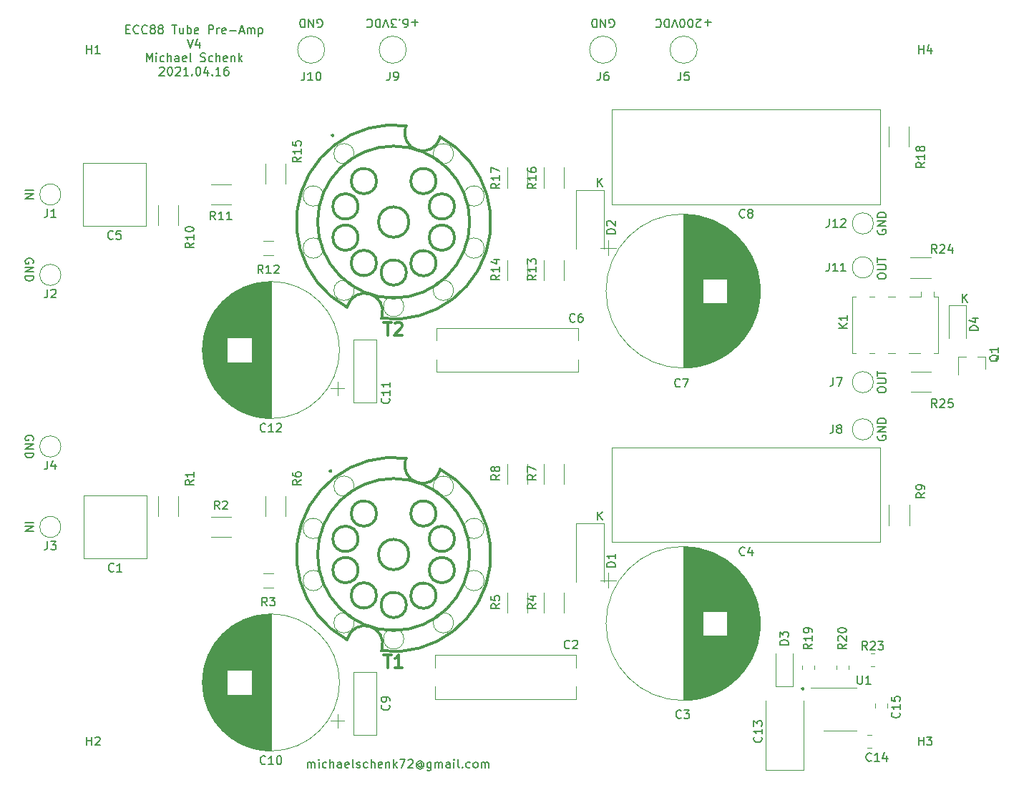
<source format=gbr>
G04 #@! TF.GenerationSoftware,KiCad,Pcbnew,(5.1.9-0-10_14)*
G04 #@! TF.CreationDate,2021-04-16T18:11:00+02:00*
G04 #@! TF.ProjectId,pre-amp-ecc88,7072652d-616d-4702-9d65-636338382e6b,rev?*
G04 #@! TF.SameCoordinates,Original*
G04 #@! TF.FileFunction,Legend,Top*
G04 #@! TF.FilePolarity,Positive*
%FSLAX46Y46*%
G04 Gerber Fmt 4.6, Leading zero omitted, Abs format (unit mm)*
G04 Created by KiCad (PCBNEW (5.1.9-0-10_14)) date 2021-04-16 18:11:00*
%MOMM*%
%LPD*%
G01*
G04 APERTURE LIST*
%ADD10C,0.150000*%
%ADD11C,0.120000*%
%ADD12C,0.378460*%
%ADD13C,0.100000*%
%ADD14C,0.304800*%
G04 APERTURE END LIST*
D10*
X77216000Y-86193380D02*
X77120761Y-86241000D01*
X77073142Y-86336238D01*
X77120761Y-86431476D01*
X77216000Y-86479095D01*
X77311238Y-86431476D01*
X77358857Y-86336238D01*
X77311238Y-86241000D01*
X77216000Y-86193380D01*
X76962000Y-125944380D02*
X76866761Y-125992000D01*
X76819142Y-126087238D01*
X76866761Y-126182476D01*
X76962000Y-126230095D01*
X77057238Y-126182476D01*
X77104857Y-126087238D01*
X77057238Y-125992000D01*
X76962000Y-125944380D01*
X132842000Y-151725380D02*
X132746761Y-151773000D01*
X132699142Y-151868238D01*
X132746761Y-151963476D01*
X132842000Y-152011095D01*
X132937238Y-151963476D01*
X132984857Y-151868238D01*
X132937238Y-151773000D01*
X132842000Y-151725380D01*
X151757095Y-106116380D02*
X151757095Y-105116380D01*
X152328523Y-106116380D02*
X151899952Y-105544952D01*
X152328523Y-105116380D02*
X151757095Y-105687809D01*
X108577095Y-131897380D02*
X108577095Y-130897380D01*
X109148523Y-131897380D02*
X108719952Y-131325952D01*
X109148523Y-130897380D02*
X108577095Y-131468809D01*
X108577095Y-92400380D02*
X108577095Y-91400380D01*
X109148523Y-92400380D02*
X108719952Y-91828952D01*
X109148523Y-91400380D02*
X108577095Y-91971809D01*
X75437904Y-73525000D02*
X75533142Y-73572619D01*
X75676000Y-73572619D01*
X75818857Y-73525000D01*
X75914095Y-73429761D01*
X75961714Y-73334523D01*
X76009333Y-73144047D01*
X76009333Y-73001190D01*
X75961714Y-72810714D01*
X75914095Y-72715476D01*
X75818857Y-72620238D01*
X75676000Y-72572619D01*
X75580761Y-72572619D01*
X75437904Y-72620238D01*
X75390285Y-72667857D01*
X75390285Y-73001190D01*
X75580761Y-73001190D01*
X74961714Y-72572619D02*
X74961714Y-73572619D01*
X74390285Y-72572619D01*
X74390285Y-73572619D01*
X73914095Y-72572619D02*
X73914095Y-73572619D01*
X73676000Y-73572619D01*
X73533142Y-73525000D01*
X73437904Y-73429761D01*
X73390285Y-73334523D01*
X73342666Y-73144047D01*
X73342666Y-73001190D01*
X73390285Y-72810714D01*
X73437904Y-72715476D01*
X73533142Y-72620238D01*
X73676000Y-72572619D01*
X73914095Y-72572619D01*
X109981904Y-73525000D02*
X110077142Y-73572619D01*
X110220000Y-73572619D01*
X110362857Y-73525000D01*
X110458095Y-73429761D01*
X110505714Y-73334523D01*
X110553333Y-73144047D01*
X110553333Y-73001190D01*
X110505714Y-72810714D01*
X110458095Y-72715476D01*
X110362857Y-72620238D01*
X110220000Y-72572619D01*
X110124761Y-72572619D01*
X109981904Y-72620238D01*
X109934285Y-72667857D01*
X109934285Y-73001190D01*
X110124761Y-73001190D01*
X109505714Y-72572619D02*
X109505714Y-73572619D01*
X108934285Y-72572619D01*
X108934285Y-73572619D01*
X108458095Y-72572619D02*
X108458095Y-73572619D01*
X108220000Y-73572619D01*
X108077142Y-73525000D01*
X107981904Y-73429761D01*
X107934285Y-73334523D01*
X107886666Y-73144047D01*
X107886666Y-73001190D01*
X107934285Y-72810714D01*
X107981904Y-72715476D01*
X108077142Y-72620238D01*
X108220000Y-72572619D01*
X108458095Y-72572619D01*
X87328000Y-72953571D02*
X86566095Y-72953571D01*
X86947047Y-72572619D02*
X86947047Y-73334523D01*
X85661333Y-73572619D02*
X85851809Y-73572619D01*
X85947047Y-73525000D01*
X85994666Y-73477380D01*
X86089904Y-73334523D01*
X86137523Y-73144047D01*
X86137523Y-72763095D01*
X86089904Y-72667857D01*
X86042285Y-72620238D01*
X85947047Y-72572619D01*
X85756571Y-72572619D01*
X85661333Y-72620238D01*
X85613714Y-72667857D01*
X85566095Y-72763095D01*
X85566095Y-73001190D01*
X85613714Y-73096428D01*
X85661333Y-73144047D01*
X85756571Y-73191666D01*
X85947047Y-73191666D01*
X86042285Y-73144047D01*
X86089904Y-73096428D01*
X86137523Y-73001190D01*
X85137523Y-72667857D02*
X85089904Y-72620238D01*
X85137523Y-72572619D01*
X85185142Y-72620238D01*
X85137523Y-72667857D01*
X85137523Y-72572619D01*
X84756571Y-73572619D02*
X84137523Y-73572619D01*
X84470857Y-73191666D01*
X84328000Y-73191666D01*
X84232761Y-73144047D01*
X84185142Y-73096428D01*
X84137523Y-73001190D01*
X84137523Y-72763095D01*
X84185142Y-72667857D01*
X84232761Y-72620238D01*
X84328000Y-72572619D01*
X84613714Y-72572619D01*
X84708952Y-72620238D01*
X84756571Y-72667857D01*
X83851809Y-73572619D02*
X83518476Y-72572619D01*
X83185142Y-73572619D01*
X82851809Y-72572619D02*
X82851809Y-73572619D01*
X82613714Y-73572619D01*
X82470857Y-73525000D01*
X82375619Y-73429761D01*
X82328000Y-73334523D01*
X82280380Y-73144047D01*
X82280380Y-73001190D01*
X82328000Y-72810714D01*
X82375619Y-72715476D01*
X82470857Y-72620238D01*
X82613714Y-72572619D01*
X82851809Y-72572619D01*
X81280380Y-72667857D02*
X81328000Y-72620238D01*
X81470857Y-72572619D01*
X81566095Y-72572619D01*
X81708952Y-72620238D01*
X81804190Y-72715476D01*
X81851809Y-72810714D01*
X81899428Y-73001190D01*
X81899428Y-73144047D01*
X81851809Y-73334523D01*
X81804190Y-73429761D01*
X81708952Y-73525000D01*
X81566095Y-73572619D01*
X81470857Y-73572619D01*
X81328000Y-73525000D01*
X81280380Y-73477380D01*
X121983095Y-72953571D02*
X121221190Y-72953571D01*
X121602142Y-72572619D02*
X121602142Y-73334523D01*
X120792619Y-73477380D02*
X120745000Y-73525000D01*
X120649761Y-73572619D01*
X120411666Y-73572619D01*
X120316428Y-73525000D01*
X120268809Y-73477380D01*
X120221190Y-73382142D01*
X120221190Y-73286904D01*
X120268809Y-73144047D01*
X120840238Y-72572619D01*
X120221190Y-72572619D01*
X119602142Y-73572619D02*
X119506904Y-73572619D01*
X119411666Y-73525000D01*
X119364047Y-73477380D01*
X119316428Y-73382142D01*
X119268809Y-73191666D01*
X119268809Y-72953571D01*
X119316428Y-72763095D01*
X119364047Y-72667857D01*
X119411666Y-72620238D01*
X119506904Y-72572619D01*
X119602142Y-72572619D01*
X119697380Y-72620238D01*
X119745000Y-72667857D01*
X119792619Y-72763095D01*
X119840238Y-72953571D01*
X119840238Y-73191666D01*
X119792619Y-73382142D01*
X119745000Y-73477380D01*
X119697380Y-73525000D01*
X119602142Y-73572619D01*
X118649761Y-73572619D02*
X118554523Y-73572619D01*
X118459285Y-73525000D01*
X118411666Y-73477380D01*
X118364047Y-73382142D01*
X118316428Y-73191666D01*
X118316428Y-72953571D01*
X118364047Y-72763095D01*
X118411666Y-72667857D01*
X118459285Y-72620238D01*
X118554523Y-72572619D01*
X118649761Y-72572619D01*
X118745000Y-72620238D01*
X118792619Y-72667857D01*
X118840238Y-72763095D01*
X118887857Y-72953571D01*
X118887857Y-73191666D01*
X118840238Y-73382142D01*
X118792619Y-73477380D01*
X118745000Y-73525000D01*
X118649761Y-73572619D01*
X118030714Y-73572619D02*
X117697380Y-72572619D01*
X117364047Y-73572619D01*
X117030714Y-72572619D02*
X117030714Y-73572619D01*
X116792619Y-73572619D01*
X116649761Y-73525000D01*
X116554523Y-73429761D01*
X116506904Y-73334523D01*
X116459285Y-73144047D01*
X116459285Y-73001190D01*
X116506904Y-72810714D01*
X116554523Y-72715476D01*
X116649761Y-72620238D01*
X116792619Y-72572619D01*
X117030714Y-72572619D01*
X115459285Y-72667857D02*
X115506904Y-72620238D01*
X115649761Y-72572619D01*
X115745000Y-72572619D01*
X115887857Y-72620238D01*
X115983095Y-72715476D01*
X116030714Y-72810714D01*
X116078333Y-73001190D01*
X116078333Y-73144047D01*
X116030714Y-73334523D01*
X115983095Y-73429761D01*
X115887857Y-73525000D01*
X115745000Y-73572619D01*
X115649761Y-73572619D01*
X115506904Y-73525000D01*
X115459285Y-73477380D01*
X141692380Y-103108000D02*
X141692380Y-102917523D01*
X141740000Y-102822285D01*
X141835238Y-102727047D01*
X142025714Y-102679428D01*
X142359047Y-102679428D01*
X142549523Y-102727047D01*
X142644761Y-102822285D01*
X142692380Y-102917523D01*
X142692380Y-103108000D01*
X142644761Y-103203238D01*
X142549523Y-103298476D01*
X142359047Y-103346095D01*
X142025714Y-103346095D01*
X141835238Y-103298476D01*
X141740000Y-103203238D01*
X141692380Y-103108000D01*
X141692380Y-102250857D02*
X142501904Y-102250857D01*
X142597142Y-102203238D01*
X142644761Y-102155619D01*
X142692380Y-102060380D01*
X142692380Y-101869904D01*
X142644761Y-101774666D01*
X142597142Y-101727047D01*
X142501904Y-101679428D01*
X141692380Y-101679428D01*
X141692380Y-101346095D02*
X141692380Y-100774666D01*
X142692380Y-101060380D02*
X141692380Y-101060380D01*
X141692380Y-116570000D02*
X141692380Y-116379523D01*
X141740000Y-116284285D01*
X141835238Y-116189047D01*
X142025714Y-116141428D01*
X142359047Y-116141428D01*
X142549523Y-116189047D01*
X142644761Y-116284285D01*
X142692380Y-116379523D01*
X142692380Y-116570000D01*
X142644761Y-116665238D01*
X142549523Y-116760476D01*
X142359047Y-116808095D01*
X142025714Y-116808095D01*
X141835238Y-116760476D01*
X141740000Y-116665238D01*
X141692380Y-116570000D01*
X141692380Y-115712857D02*
X142501904Y-115712857D01*
X142597142Y-115665238D01*
X142644761Y-115617619D01*
X142692380Y-115522380D01*
X142692380Y-115331904D01*
X142644761Y-115236666D01*
X142597142Y-115189047D01*
X142501904Y-115141428D01*
X141692380Y-115141428D01*
X141692380Y-114808095D02*
X141692380Y-114236666D01*
X142692380Y-114522380D02*
X141692380Y-114522380D01*
X141740000Y-121919904D02*
X141692380Y-122015142D01*
X141692380Y-122158000D01*
X141740000Y-122300857D01*
X141835238Y-122396095D01*
X141930476Y-122443714D01*
X142120952Y-122491333D01*
X142263809Y-122491333D01*
X142454285Y-122443714D01*
X142549523Y-122396095D01*
X142644761Y-122300857D01*
X142692380Y-122158000D01*
X142692380Y-122062761D01*
X142644761Y-121919904D01*
X142597142Y-121872285D01*
X142263809Y-121872285D01*
X142263809Y-122062761D01*
X142692380Y-121443714D02*
X141692380Y-121443714D01*
X142692380Y-120872285D01*
X141692380Y-120872285D01*
X142692380Y-120396095D02*
X141692380Y-120396095D01*
X141692380Y-120158000D01*
X141740000Y-120015142D01*
X141835238Y-119919904D01*
X141930476Y-119872285D01*
X142120952Y-119824666D01*
X142263809Y-119824666D01*
X142454285Y-119872285D01*
X142549523Y-119919904D01*
X142644761Y-120015142D01*
X142692380Y-120158000D01*
X142692380Y-120396095D01*
X141740000Y-97535904D02*
X141692380Y-97631142D01*
X141692380Y-97774000D01*
X141740000Y-97916857D01*
X141835238Y-98012095D01*
X141930476Y-98059714D01*
X142120952Y-98107333D01*
X142263809Y-98107333D01*
X142454285Y-98059714D01*
X142549523Y-98012095D01*
X142644761Y-97916857D01*
X142692380Y-97774000D01*
X142692380Y-97678761D01*
X142644761Y-97535904D01*
X142597142Y-97488285D01*
X142263809Y-97488285D01*
X142263809Y-97678761D01*
X142692380Y-97059714D02*
X141692380Y-97059714D01*
X142692380Y-96488285D01*
X141692380Y-96488285D01*
X142692380Y-96012095D02*
X141692380Y-96012095D01*
X141692380Y-95774000D01*
X141740000Y-95631142D01*
X141835238Y-95535904D01*
X141930476Y-95488285D01*
X142120952Y-95440666D01*
X142263809Y-95440666D01*
X142454285Y-95488285D01*
X142549523Y-95535904D01*
X142644761Y-95631142D01*
X142692380Y-95774000D01*
X142692380Y-96012095D01*
X41775000Y-101473095D02*
X41822619Y-101377857D01*
X41822619Y-101235000D01*
X41775000Y-101092142D01*
X41679761Y-100996904D01*
X41584523Y-100949285D01*
X41394047Y-100901666D01*
X41251190Y-100901666D01*
X41060714Y-100949285D01*
X40965476Y-100996904D01*
X40870238Y-101092142D01*
X40822619Y-101235000D01*
X40822619Y-101330238D01*
X40870238Y-101473095D01*
X40917857Y-101520714D01*
X41251190Y-101520714D01*
X41251190Y-101330238D01*
X40822619Y-101949285D02*
X41822619Y-101949285D01*
X40822619Y-102520714D01*
X41822619Y-102520714D01*
X40822619Y-102996904D02*
X41822619Y-102996904D01*
X41822619Y-103235000D01*
X41775000Y-103377857D01*
X41679761Y-103473095D01*
X41584523Y-103520714D01*
X41394047Y-103568333D01*
X41251190Y-103568333D01*
X41060714Y-103520714D01*
X40965476Y-103473095D01*
X40870238Y-103377857D01*
X40822619Y-103235000D01*
X40822619Y-102996904D01*
X41775000Y-122428095D02*
X41822619Y-122332857D01*
X41822619Y-122190000D01*
X41775000Y-122047142D01*
X41679761Y-121951904D01*
X41584523Y-121904285D01*
X41394047Y-121856666D01*
X41251190Y-121856666D01*
X41060714Y-121904285D01*
X40965476Y-121951904D01*
X40870238Y-122047142D01*
X40822619Y-122190000D01*
X40822619Y-122285238D01*
X40870238Y-122428095D01*
X40917857Y-122475714D01*
X41251190Y-122475714D01*
X41251190Y-122285238D01*
X40822619Y-122904285D02*
X41822619Y-122904285D01*
X40822619Y-123475714D01*
X41822619Y-123475714D01*
X40822619Y-123951904D02*
X41822619Y-123951904D01*
X41822619Y-124190000D01*
X41775000Y-124332857D01*
X41679761Y-124428095D01*
X41584523Y-124475714D01*
X41394047Y-124523333D01*
X41251190Y-124523333D01*
X41060714Y-124475714D01*
X40965476Y-124428095D01*
X40870238Y-124332857D01*
X40822619Y-124190000D01*
X40822619Y-123951904D01*
X40822619Y-132191190D02*
X41822619Y-132191190D01*
X40822619Y-132667380D02*
X41822619Y-132667380D01*
X40822619Y-133238809D01*
X41822619Y-133238809D01*
X40822619Y-92821190D02*
X41822619Y-92821190D01*
X40822619Y-93297380D02*
X41822619Y-93297380D01*
X40822619Y-93868809D01*
X41822619Y-93868809D01*
X52785380Y-73780571D02*
X53118714Y-73780571D01*
X53261571Y-74304380D02*
X52785380Y-74304380D01*
X52785380Y-73304380D01*
X53261571Y-73304380D01*
X54261571Y-74209142D02*
X54213952Y-74256761D01*
X54071095Y-74304380D01*
X53975857Y-74304380D01*
X53833000Y-74256761D01*
X53737761Y-74161523D01*
X53690142Y-74066285D01*
X53642523Y-73875809D01*
X53642523Y-73732952D01*
X53690142Y-73542476D01*
X53737761Y-73447238D01*
X53833000Y-73352000D01*
X53975857Y-73304380D01*
X54071095Y-73304380D01*
X54213952Y-73352000D01*
X54261571Y-73399619D01*
X55261571Y-74209142D02*
X55213952Y-74256761D01*
X55071095Y-74304380D01*
X54975857Y-74304380D01*
X54833000Y-74256761D01*
X54737761Y-74161523D01*
X54690142Y-74066285D01*
X54642523Y-73875809D01*
X54642523Y-73732952D01*
X54690142Y-73542476D01*
X54737761Y-73447238D01*
X54833000Y-73352000D01*
X54975857Y-73304380D01*
X55071095Y-73304380D01*
X55213952Y-73352000D01*
X55261571Y-73399619D01*
X55833000Y-73732952D02*
X55737761Y-73685333D01*
X55690142Y-73637714D01*
X55642523Y-73542476D01*
X55642523Y-73494857D01*
X55690142Y-73399619D01*
X55737761Y-73352000D01*
X55833000Y-73304380D01*
X56023476Y-73304380D01*
X56118714Y-73352000D01*
X56166333Y-73399619D01*
X56213952Y-73494857D01*
X56213952Y-73542476D01*
X56166333Y-73637714D01*
X56118714Y-73685333D01*
X56023476Y-73732952D01*
X55833000Y-73732952D01*
X55737761Y-73780571D01*
X55690142Y-73828190D01*
X55642523Y-73923428D01*
X55642523Y-74113904D01*
X55690142Y-74209142D01*
X55737761Y-74256761D01*
X55833000Y-74304380D01*
X56023476Y-74304380D01*
X56118714Y-74256761D01*
X56166333Y-74209142D01*
X56213952Y-74113904D01*
X56213952Y-73923428D01*
X56166333Y-73828190D01*
X56118714Y-73780571D01*
X56023476Y-73732952D01*
X56785380Y-73732952D02*
X56690142Y-73685333D01*
X56642523Y-73637714D01*
X56594904Y-73542476D01*
X56594904Y-73494857D01*
X56642523Y-73399619D01*
X56690142Y-73352000D01*
X56785380Y-73304380D01*
X56975857Y-73304380D01*
X57071095Y-73352000D01*
X57118714Y-73399619D01*
X57166333Y-73494857D01*
X57166333Y-73542476D01*
X57118714Y-73637714D01*
X57071095Y-73685333D01*
X56975857Y-73732952D01*
X56785380Y-73732952D01*
X56690142Y-73780571D01*
X56642523Y-73828190D01*
X56594904Y-73923428D01*
X56594904Y-74113904D01*
X56642523Y-74209142D01*
X56690142Y-74256761D01*
X56785380Y-74304380D01*
X56975857Y-74304380D01*
X57071095Y-74256761D01*
X57118714Y-74209142D01*
X57166333Y-74113904D01*
X57166333Y-73923428D01*
X57118714Y-73828190D01*
X57071095Y-73780571D01*
X56975857Y-73732952D01*
X58213952Y-73304380D02*
X58785380Y-73304380D01*
X58499666Y-74304380D02*
X58499666Y-73304380D01*
X59547285Y-73637714D02*
X59547285Y-74304380D01*
X59118714Y-73637714D02*
X59118714Y-74161523D01*
X59166333Y-74256761D01*
X59261571Y-74304380D01*
X59404428Y-74304380D01*
X59499666Y-74256761D01*
X59547285Y-74209142D01*
X60023476Y-74304380D02*
X60023476Y-73304380D01*
X60023476Y-73685333D02*
X60118714Y-73637714D01*
X60309190Y-73637714D01*
X60404428Y-73685333D01*
X60452047Y-73732952D01*
X60499666Y-73828190D01*
X60499666Y-74113904D01*
X60452047Y-74209142D01*
X60404428Y-74256761D01*
X60309190Y-74304380D01*
X60118714Y-74304380D01*
X60023476Y-74256761D01*
X61309190Y-74256761D02*
X61213952Y-74304380D01*
X61023476Y-74304380D01*
X60928238Y-74256761D01*
X60880619Y-74161523D01*
X60880619Y-73780571D01*
X60928238Y-73685333D01*
X61023476Y-73637714D01*
X61213952Y-73637714D01*
X61309190Y-73685333D01*
X61356809Y-73780571D01*
X61356809Y-73875809D01*
X60880619Y-73971047D01*
X62547285Y-74304380D02*
X62547285Y-73304380D01*
X62928238Y-73304380D01*
X63023476Y-73352000D01*
X63071095Y-73399619D01*
X63118714Y-73494857D01*
X63118714Y-73637714D01*
X63071095Y-73732952D01*
X63023476Y-73780571D01*
X62928238Y-73828190D01*
X62547285Y-73828190D01*
X63547285Y-74304380D02*
X63547285Y-73637714D01*
X63547285Y-73828190D02*
X63594904Y-73732952D01*
X63642523Y-73685333D01*
X63737761Y-73637714D01*
X63833000Y-73637714D01*
X64547285Y-74256761D02*
X64452047Y-74304380D01*
X64261571Y-74304380D01*
X64166333Y-74256761D01*
X64118714Y-74161523D01*
X64118714Y-73780571D01*
X64166333Y-73685333D01*
X64261571Y-73637714D01*
X64452047Y-73637714D01*
X64547285Y-73685333D01*
X64594904Y-73780571D01*
X64594904Y-73875809D01*
X64118714Y-73971047D01*
X65023476Y-73923428D02*
X65785380Y-73923428D01*
X66213952Y-74018666D02*
X66690142Y-74018666D01*
X66118714Y-74304380D02*
X66452047Y-73304380D01*
X66785380Y-74304380D01*
X67118714Y-74304380D02*
X67118714Y-73637714D01*
X67118714Y-73732952D02*
X67166333Y-73685333D01*
X67261571Y-73637714D01*
X67404428Y-73637714D01*
X67499666Y-73685333D01*
X67547285Y-73780571D01*
X67547285Y-74304380D01*
X67547285Y-73780571D02*
X67594904Y-73685333D01*
X67690142Y-73637714D01*
X67833000Y-73637714D01*
X67928238Y-73685333D01*
X67975857Y-73780571D01*
X67975857Y-74304380D01*
X68452047Y-73637714D02*
X68452047Y-74637714D01*
X68452047Y-73685333D02*
X68547285Y-73637714D01*
X68737761Y-73637714D01*
X68833000Y-73685333D01*
X68880619Y-73732952D01*
X68928238Y-73828190D01*
X68928238Y-74113904D01*
X68880619Y-74209142D01*
X68833000Y-74256761D01*
X68737761Y-74304380D01*
X68547285Y-74304380D01*
X68452047Y-74256761D01*
X60023476Y-74954380D02*
X60356809Y-75954380D01*
X60690142Y-74954380D01*
X61452047Y-75287714D02*
X61452047Y-75954380D01*
X61213952Y-74906761D02*
X60975857Y-75621047D01*
X61594904Y-75621047D01*
X55213952Y-77604380D02*
X55213952Y-76604380D01*
X55547285Y-77318666D01*
X55880619Y-76604380D01*
X55880619Y-77604380D01*
X56356809Y-77604380D02*
X56356809Y-76937714D01*
X56356809Y-76604380D02*
X56309190Y-76652000D01*
X56356809Y-76699619D01*
X56404428Y-76652000D01*
X56356809Y-76604380D01*
X56356809Y-76699619D01*
X57261571Y-77556761D02*
X57166333Y-77604380D01*
X56975857Y-77604380D01*
X56880619Y-77556761D01*
X56833000Y-77509142D01*
X56785380Y-77413904D01*
X56785380Y-77128190D01*
X56833000Y-77032952D01*
X56880619Y-76985333D01*
X56975857Y-76937714D01*
X57166333Y-76937714D01*
X57261571Y-76985333D01*
X57690142Y-77604380D02*
X57690142Y-76604380D01*
X58118714Y-77604380D02*
X58118714Y-77080571D01*
X58071095Y-76985333D01*
X57975857Y-76937714D01*
X57833000Y-76937714D01*
X57737761Y-76985333D01*
X57690142Y-77032952D01*
X59023476Y-77604380D02*
X59023476Y-77080571D01*
X58975857Y-76985333D01*
X58880619Y-76937714D01*
X58690142Y-76937714D01*
X58594904Y-76985333D01*
X59023476Y-77556761D02*
X58928238Y-77604380D01*
X58690142Y-77604380D01*
X58594904Y-77556761D01*
X58547285Y-77461523D01*
X58547285Y-77366285D01*
X58594904Y-77271047D01*
X58690142Y-77223428D01*
X58928238Y-77223428D01*
X59023476Y-77175809D01*
X59880619Y-77556761D02*
X59785380Y-77604380D01*
X59594904Y-77604380D01*
X59499666Y-77556761D01*
X59452047Y-77461523D01*
X59452047Y-77080571D01*
X59499666Y-76985333D01*
X59594904Y-76937714D01*
X59785380Y-76937714D01*
X59880619Y-76985333D01*
X59928238Y-77080571D01*
X59928238Y-77175809D01*
X59452047Y-77271047D01*
X60499666Y-77604380D02*
X60404428Y-77556761D01*
X60356809Y-77461523D01*
X60356809Y-76604380D01*
X61594904Y-77556761D02*
X61737761Y-77604380D01*
X61975857Y-77604380D01*
X62071095Y-77556761D01*
X62118714Y-77509142D01*
X62166333Y-77413904D01*
X62166333Y-77318666D01*
X62118714Y-77223428D01*
X62071095Y-77175809D01*
X61975857Y-77128190D01*
X61785380Y-77080571D01*
X61690142Y-77032952D01*
X61642523Y-76985333D01*
X61594904Y-76890095D01*
X61594904Y-76794857D01*
X61642523Y-76699619D01*
X61690142Y-76652000D01*
X61785380Y-76604380D01*
X62023476Y-76604380D01*
X62166333Y-76652000D01*
X63023476Y-77556761D02*
X62928238Y-77604380D01*
X62737761Y-77604380D01*
X62642523Y-77556761D01*
X62594904Y-77509142D01*
X62547285Y-77413904D01*
X62547285Y-77128190D01*
X62594904Y-77032952D01*
X62642523Y-76985333D01*
X62737761Y-76937714D01*
X62928238Y-76937714D01*
X63023476Y-76985333D01*
X63452047Y-77604380D02*
X63452047Y-76604380D01*
X63880619Y-77604380D02*
X63880619Y-77080571D01*
X63833000Y-76985333D01*
X63737761Y-76937714D01*
X63594904Y-76937714D01*
X63499666Y-76985333D01*
X63452047Y-77032952D01*
X64737761Y-77556761D02*
X64642523Y-77604380D01*
X64452047Y-77604380D01*
X64356809Y-77556761D01*
X64309190Y-77461523D01*
X64309190Y-77080571D01*
X64356809Y-76985333D01*
X64452047Y-76937714D01*
X64642523Y-76937714D01*
X64737761Y-76985333D01*
X64785380Y-77080571D01*
X64785380Y-77175809D01*
X64309190Y-77271047D01*
X65213952Y-76937714D02*
X65213952Y-77604380D01*
X65213952Y-77032952D02*
X65261571Y-76985333D01*
X65356809Y-76937714D01*
X65499666Y-76937714D01*
X65594904Y-76985333D01*
X65642523Y-77080571D01*
X65642523Y-77604380D01*
X66118714Y-77604380D02*
X66118714Y-76604380D01*
X66213952Y-77223428D02*
X66499666Y-77604380D01*
X66499666Y-76937714D02*
X66118714Y-77318666D01*
X56737761Y-78349619D02*
X56785380Y-78302000D01*
X56880619Y-78254380D01*
X57118714Y-78254380D01*
X57213952Y-78302000D01*
X57261571Y-78349619D01*
X57309190Y-78444857D01*
X57309190Y-78540095D01*
X57261571Y-78682952D01*
X56690142Y-79254380D01*
X57309190Y-79254380D01*
X57928238Y-78254380D02*
X58023476Y-78254380D01*
X58118714Y-78302000D01*
X58166333Y-78349619D01*
X58213952Y-78444857D01*
X58261571Y-78635333D01*
X58261571Y-78873428D01*
X58213952Y-79063904D01*
X58166333Y-79159142D01*
X58118714Y-79206761D01*
X58023476Y-79254380D01*
X57928238Y-79254380D01*
X57833000Y-79206761D01*
X57785380Y-79159142D01*
X57737761Y-79063904D01*
X57690142Y-78873428D01*
X57690142Y-78635333D01*
X57737761Y-78444857D01*
X57785380Y-78349619D01*
X57833000Y-78302000D01*
X57928238Y-78254380D01*
X58642523Y-78349619D02*
X58690142Y-78302000D01*
X58785380Y-78254380D01*
X59023476Y-78254380D01*
X59118714Y-78302000D01*
X59166333Y-78349619D01*
X59213952Y-78444857D01*
X59213952Y-78540095D01*
X59166333Y-78682952D01*
X58594904Y-79254380D01*
X59213952Y-79254380D01*
X60166333Y-79254380D02*
X59594904Y-79254380D01*
X59880619Y-79254380D02*
X59880619Y-78254380D01*
X59785380Y-78397238D01*
X59690142Y-78492476D01*
X59594904Y-78540095D01*
X60594904Y-79159142D02*
X60642523Y-79206761D01*
X60594904Y-79254380D01*
X60547285Y-79206761D01*
X60594904Y-79159142D01*
X60594904Y-79254380D01*
X61261571Y-78254380D02*
X61356809Y-78254380D01*
X61452047Y-78302000D01*
X61499666Y-78349619D01*
X61547285Y-78444857D01*
X61594904Y-78635333D01*
X61594904Y-78873428D01*
X61547285Y-79063904D01*
X61499666Y-79159142D01*
X61452047Y-79206761D01*
X61356809Y-79254380D01*
X61261571Y-79254380D01*
X61166333Y-79206761D01*
X61118714Y-79159142D01*
X61071095Y-79063904D01*
X61023476Y-78873428D01*
X61023476Y-78635333D01*
X61071095Y-78444857D01*
X61118714Y-78349619D01*
X61166333Y-78302000D01*
X61261571Y-78254380D01*
X62452047Y-78587714D02*
X62452047Y-79254380D01*
X62213952Y-78206761D02*
X61975857Y-78921047D01*
X62594904Y-78921047D01*
X62975857Y-79159142D02*
X63023476Y-79206761D01*
X62975857Y-79254380D01*
X62928238Y-79206761D01*
X62975857Y-79159142D01*
X62975857Y-79254380D01*
X63975857Y-79254380D02*
X63404428Y-79254380D01*
X63690142Y-79254380D02*
X63690142Y-78254380D01*
X63594904Y-78397238D01*
X63499666Y-78492476D01*
X63404428Y-78540095D01*
X64833000Y-78254380D02*
X64642523Y-78254380D01*
X64547285Y-78302000D01*
X64499666Y-78349619D01*
X64404428Y-78492476D01*
X64356809Y-78682952D01*
X64356809Y-79063904D01*
X64404428Y-79159142D01*
X64452047Y-79206761D01*
X64547285Y-79254380D01*
X64737761Y-79254380D01*
X64833000Y-79206761D01*
X64880619Y-79159142D01*
X64928238Y-79063904D01*
X64928238Y-78825809D01*
X64880619Y-78730571D01*
X64833000Y-78682952D01*
X64737761Y-78635333D01*
X64547285Y-78635333D01*
X64452047Y-78682952D01*
X64404428Y-78730571D01*
X64356809Y-78825809D01*
X74248714Y-161234380D02*
X74248714Y-160567714D01*
X74248714Y-160662952D02*
X74296333Y-160615333D01*
X74391571Y-160567714D01*
X74534428Y-160567714D01*
X74629666Y-160615333D01*
X74677285Y-160710571D01*
X74677285Y-161234380D01*
X74677285Y-160710571D02*
X74724904Y-160615333D01*
X74820142Y-160567714D01*
X74963000Y-160567714D01*
X75058238Y-160615333D01*
X75105857Y-160710571D01*
X75105857Y-161234380D01*
X75582047Y-161234380D02*
X75582047Y-160567714D01*
X75582047Y-160234380D02*
X75534428Y-160282000D01*
X75582047Y-160329619D01*
X75629666Y-160282000D01*
X75582047Y-160234380D01*
X75582047Y-160329619D01*
X76486809Y-161186761D02*
X76391571Y-161234380D01*
X76201095Y-161234380D01*
X76105857Y-161186761D01*
X76058238Y-161139142D01*
X76010619Y-161043904D01*
X76010619Y-160758190D01*
X76058238Y-160662952D01*
X76105857Y-160615333D01*
X76201095Y-160567714D01*
X76391571Y-160567714D01*
X76486809Y-160615333D01*
X76915380Y-161234380D02*
X76915380Y-160234380D01*
X77343952Y-161234380D02*
X77343952Y-160710571D01*
X77296333Y-160615333D01*
X77201095Y-160567714D01*
X77058238Y-160567714D01*
X76963000Y-160615333D01*
X76915380Y-160662952D01*
X78248714Y-161234380D02*
X78248714Y-160710571D01*
X78201095Y-160615333D01*
X78105857Y-160567714D01*
X77915380Y-160567714D01*
X77820142Y-160615333D01*
X78248714Y-161186761D02*
X78153476Y-161234380D01*
X77915380Y-161234380D01*
X77820142Y-161186761D01*
X77772523Y-161091523D01*
X77772523Y-160996285D01*
X77820142Y-160901047D01*
X77915380Y-160853428D01*
X78153476Y-160853428D01*
X78248714Y-160805809D01*
X79105857Y-161186761D02*
X79010619Y-161234380D01*
X78820142Y-161234380D01*
X78724904Y-161186761D01*
X78677285Y-161091523D01*
X78677285Y-160710571D01*
X78724904Y-160615333D01*
X78820142Y-160567714D01*
X79010619Y-160567714D01*
X79105857Y-160615333D01*
X79153476Y-160710571D01*
X79153476Y-160805809D01*
X78677285Y-160901047D01*
X79724904Y-161234380D02*
X79629666Y-161186761D01*
X79582047Y-161091523D01*
X79582047Y-160234380D01*
X80058238Y-161186761D02*
X80153476Y-161234380D01*
X80343952Y-161234380D01*
X80439190Y-161186761D01*
X80486809Y-161091523D01*
X80486809Y-161043904D01*
X80439190Y-160948666D01*
X80343952Y-160901047D01*
X80201095Y-160901047D01*
X80105857Y-160853428D01*
X80058238Y-160758190D01*
X80058238Y-160710571D01*
X80105857Y-160615333D01*
X80201095Y-160567714D01*
X80343952Y-160567714D01*
X80439190Y-160615333D01*
X81343952Y-161186761D02*
X81248714Y-161234380D01*
X81058238Y-161234380D01*
X80963000Y-161186761D01*
X80915380Y-161139142D01*
X80867761Y-161043904D01*
X80867761Y-160758190D01*
X80915380Y-160662952D01*
X80963000Y-160615333D01*
X81058238Y-160567714D01*
X81248714Y-160567714D01*
X81343952Y-160615333D01*
X81772523Y-161234380D02*
X81772523Y-160234380D01*
X82201095Y-161234380D02*
X82201095Y-160710571D01*
X82153476Y-160615333D01*
X82058238Y-160567714D01*
X81915380Y-160567714D01*
X81820142Y-160615333D01*
X81772523Y-160662952D01*
X83058238Y-161186761D02*
X82963000Y-161234380D01*
X82772523Y-161234380D01*
X82677285Y-161186761D01*
X82629666Y-161091523D01*
X82629666Y-160710571D01*
X82677285Y-160615333D01*
X82772523Y-160567714D01*
X82963000Y-160567714D01*
X83058238Y-160615333D01*
X83105857Y-160710571D01*
X83105857Y-160805809D01*
X82629666Y-160901047D01*
X83534428Y-160567714D02*
X83534428Y-161234380D01*
X83534428Y-160662952D02*
X83582047Y-160615333D01*
X83677285Y-160567714D01*
X83820142Y-160567714D01*
X83915380Y-160615333D01*
X83963000Y-160710571D01*
X83963000Y-161234380D01*
X84439190Y-161234380D02*
X84439190Y-160234380D01*
X84534428Y-160853428D02*
X84820142Y-161234380D01*
X84820142Y-160567714D02*
X84439190Y-160948666D01*
X85153476Y-160234380D02*
X85820142Y-160234380D01*
X85391571Y-161234380D01*
X86153476Y-160329619D02*
X86201095Y-160282000D01*
X86296333Y-160234380D01*
X86534428Y-160234380D01*
X86629666Y-160282000D01*
X86677285Y-160329619D01*
X86724904Y-160424857D01*
X86724904Y-160520095D01*
X86677285Y-160662952D01*
X86105857Y-161234380D01*
X86724904Y-161234380D01*
X87772523Y-160758190D02*
X87724904Y-160710571D01*
X87629666Y-160662952D01*
X87534428Y-160662952D01*
X87439190Y-160710571D01*
X87391571Y-160758190D01*
X87343952Y-160853428D01*
X87343952Y-160948666D01*
X87391571Y-161043904D01*
X87439190Y-161091523D01*
X87534428Y-161139142D01*
X87629666Y-161139142D01*
X87724904Y-161091523D01*
X87772523Y-161043904D01*
X87772523Y-160662952D02*
X87772523Y-161043904D01*
X87820142Y-161091523D01*
X87867761Y-161091523D01*
X87963000Y-161043904D01*
X88010619Y-160948666D01*
X88010619Y-160710571D01*
X87915380Y-160567714D01*
X87772523Y-160472476D01*
X87582047Y-160424857D01*
X87391571Y-160472476D01*
X87248714Y-160567714D01*
X87153476Y-160710571D01*
X87105857Y-160901047D01*
X87153476Y-161091523D01*
X87248714Y-161234380D01*
X87391571Y-161329619D01*
X87582047Y-161377238D01*
X87772523Y-161329619D01*
X87915380Y-161234380D01*
X88867761Y-160567714D02*
X88867761Y-161377238D01*
X88820142Y-161472476D01*
X88772523Y-161520095D01*
X88677285Y-161567714D01*
X88534428Y-161567714D01*
X88439190Y-161520095D01*
X88867761Y-161186761D02*
X88772523Y-161234380D01*
X88582047Y-161234380D01*
X88486809Y-161186761D01*
X88439190Y-161139142D01*
X88391571Y-161043904D01*
X88391571Y-160758190D01*
X88439190Y-160662952D01*
X88486809Y-160615333D01*
X88582047Y-160567714D01*
X88772523Y-160567714D01*
X88867761Y-160615333D01*
X89343952Y-161234380D02*
X89343952Y-160567714D01*
X89343952Y-160662952D02*
X89391571Y-160615333D01*
X89486809Y-160567714D01*
X89629666Y-160567714D01*
X89724904Y-160615333D01*
X89772523Y-160710571D01*
X89772523Y-161234380D01*
X89772523Y-160710571D02*
X89820142Y-160615333D01*
X89915380Y-160567714D01*
X90058238Y-160567714D01*
X90153476Y-160615333D01*
X90201095Y-160710571D01*
X90201095Y-161234380D01*
X91105857Y-161234380D02*
X91105857Y-160710571D01*
X91058238Y-160615333D01*
X90963000Y-160567714D01*
X90772523Y-160567714D01*
X90677285Y-160615333D01*
X91105857Y-161186761D02*
X91010619Y-161234380D01*
X90772523Y-161234380D01*
X90677285Y-161186761D01*
X90629666Y-161091523D01*
X90629666Y-160996285D01*
X90677285Y-160901047D01*
X90772523Y-160853428D01*
X91010619Y-160853428D01*
X91105857Y-160805809D01*
X91582047Y-161234380D02*
X91582047Y-160567714D01*
X91582047Y-160234380D02*
X91534428Y-160282000D01*
X91582047Y-160329619D01*
X91629666Y-160282000D01*
X91582047Y-160234380D01*
X91582047Y-160329619D01*
X92201095Y-161234380D02*
X92105857Y-161186761D01*
X92058238Y-161091523D01*
X92058238Y-160234380D01*
X92582047Y-161139142D02*
X92629666Y-161186761D01*
X92582047Y-161234380D01*
X92534428Y-161186761D01*
X92582047Y-161139142D01*
X92582047Y-161234380D01*
X93486809Y-161186761D02*
X93391571Y-161234380D01*
X93201095Y-161234380D01*
X93105857Y-161186761D01*
X93058238Y-161139142D01*
X93010619Y-161043904D01*
X93010619Y-160758190D01*
X93058238Y-160662952D01*
X93105857Y-160615333D01*
X93201095Y-160567714D01*
X93391571Y-160567714D01*
X93486809Y-160615333D01*
X94058238Y-161234380D02*
X93963000Y-161186761D01*
X93915380Y-161139142D01*
X93867761Y-161043904D01*
X93867761Y-160758190D01*
X93915380Y-160662952D01*
X93963000Y-160615333D01*
X94058238Y-160567714D01*
X94201095Y-160567714D01*
X94296333Y-160615333D01*
X94343952Y-160662952D01*
X94391571Y-160758190D01*
X94391571Y-161043904D01*
X94343952Y-161139142D01*
X94296333Y-161186761D01*
X94201095Y-161234380D01*
X94058238Y-161234380D01*
X94820142Y-161234380D02*
X94820142Y-160567714D01*
X94820142Y-160662952D02*
X94867761Y-160615333D01*
X94963000Y-160567714D01*
X95105857Y-160567714D01*
X95201095Y-160615333D01*
X95248714Y-160710571D01*
X95248714Y-161234380D01*
X95248714Y-160710571D02*
X95296333Y-160615333D01*
X95391571Y-160567714D01*
X95534428Y-160567714D01*
X95629666Y-160615333D01*
X95677285Y-160710571D01*
X95677285Y-161234380D01*
D11*
X148854000Y-105468000D02*
X148864000Y-112128000D01*
X148864000Y-112128000D02*
X148364000Y-112128000D01*
X146764000Y-112128000D02*
X145364000Y-112128000D01*
X143764000Y-112128000D02*
X142964000Y-112128000D01*
X141364000Y-112128000D02*
X140764000Y-112128000D01*
X139164000Y-112128000D02*
X138664000Y-112128000D01*
X138664000Y-112128000D02*
X138664000Y-105428000D01*
X138664000Y-105428000D02*
X139164000Y-105428000D01*
X140764000Y-105428000D02*
X141364000Y-105428000D01*
X142964000Y-105428000D02*
X143764000Y-105428000D01*
X145454000Y-105468000D02*
X146854000Y-105468000D01*
X148854000Y-105468000D02*
X148354000Y-105468000D01*
X148354000Y-105468000D02*
X148354000Y-104868000D01*
X146854000Y-105468000D02*
X146854000Y-104868000D01*
X148023600Y-114319200D02*
X145623600Y-114319200D01*
X148023600Y-116719200D02*
X145623600Y-116719200D01*
X147998200Y-100831800D02*
X145598200Y-100831800D01*
X147998200Y-103231800D02*
X145598200Y-103231800D01*
X137222000Y-151745000D02*
X133772000Y-151745000D01*
X137222000Y-151745000D02*
X139172000Y-151745000D01*
X137222000Y-156865000D02*
X135272000Y-156865000D01*
X137222000Y-156865000D02*
X139172000Y-156865000D01*
X140885936Y-149198000D02*
X141340064Y-149198000D01*
X140885936Y-147728000D02*
X141340064Y-147728000D01*
X136806000Y-149140936D02*
X136806000Y-149595064D01*
X138276000Y-149140936D02*
X138276000Y-149595064D01*
X134212000Y-149595064D02*
X134212000Y-149140936D01*
X132742000Y-149595064D02*
X132742000Y-149140936D01*
X154427000Y-112540000D02*
X154427000Y-114000000D01*
X151267000Y-112540000D02*
X151267000Y-114700000D01*
X151267000Y-112540000D02*
X152197000Y-112540000D01*
X154427000Y-112540000D02*
X153497000Y-112540000D01*
X152130000Y-106462000D02*
X152130000Y-110362000D01*
X150130000Y-106462000D02*
X150130000Y-110362000D01*
X152130000Y-106462000D02*
X150130000Y-106462000D01*
X129683000Y-151602000D02*
X129683000Y-147702000D01*
X131683000Y-151602000D02*
X131683000Y-147702000D01*
X129683000Y-151602000D02*
X131683000Y-151602000D01*
X142848000Y-154163752D02*
X142848000Y-153641248D01*
X141378000Y-154163752D02*
X141378000Y-153641248D01*
X140476248Y-158850000D02*
X140998752Y-158850000D01*
X140476248Y-157380000D02*
X140998752Y-157380000D01*
X132943000Y-161532000D02*
X132943000Y-153297000D01*
X128423000Y-161532000D02*
X132943000Y-161532000D01*
X128423000Y-153297000D02*
X128423000Y-161532000D01*
D12*
X93436440Y-96608900D02*
G75*
G03*
X93436440Y-96608900I-8996680J0D01*
G01*
X86240620Y-96608900D02*
G75*
G03*
X86240620Y-96608900I-1800860J0D01*
G01*
X82964020Y-108008420D02*
X83040220Y-107807760D01*
X78915260Y-106685080D02*
X78988920Y-106509820D01*
X85940900Y-85209380D02*
X85839300Y-85410040D01*
X89938860Y-86509860D02*
X89865200Y-86809580D01*
X91638120Y-94759780D02*
G75*
G03*
X91638120Y-94759780I-1498600J0D01*
G01*
X89461340Y-91757500D02*
G75*
G03*
X89461340Y-91757500I-1498600J0D01*
G01*
X82412840Y-91757500D02*
G75*
G03*
X82412840Y-91757500I-1498600J0D01*
G01*
X80236060Y-94759780D02*
G75*
G03*
X80236060Y-94759780I-1498600J0D01*
G01*
X80238600Y-98458020D02*
G75*
G03*
X80238600Y-98458020I-1498600J0D01*
G01*
X82410300Y-101457760D02*
G75*
G03*
X82410300Y-101457760I-1498600J0D01*
G01*
X85940900Y-102582980D02*
G75*
G03*
X85940900Y-102582980I-1498600J0D01*
G01*
X89461340Y-101483160D02*
G75*
G03*
X89461340Y-101483160I-1498600J0D01*
G01*
X91638120Y-98460560D02*
G75*
G03*
X91638120Y-98460560I-1498600J0D01*
G01*
X83042760Y-107784900D02*
G75*
G03*
X81640680Y-105133140I-2026920J624840D01*
G01*
X81666080Y-105133140D02*
G75*
G03*
X78988920Y-106509820I-650240J-2026920D01*
G01*
X85836760Y-85410040D02*
G75*
G03*
X87215980Y-88084660I2026920J-647700D01*
G01*
X87188040Y-88084660D02*
G75*
G03*
X89890600Y-86733380I675640J2026920D01*
G01*
X94538800Y-102108000D02*
G75*
G03*
X89938860Y-86509860I-10099040J5499100D01*
G01*
X82964020Y-108008420D02*
G75*
G03*
X95839280Y-98084640I1475740J11399520D01*
G01*
X74363580Y-91059000D02*
G75*
G03*
X78889860Y-106685080I10076180J-5549900D01*
G01*
X85940900Y-85209380D02*
G75*
G03*
X73040240Y-95107760I-1501140J-11399520D01*
G01*
X93436440Y-135978900D02*
G75*
G03*
X93436440Y-135978900I-8996680J0D01*
G01*
X86240620Y-135978900D02*
G75*
G03*
X86240620Y-135978900I-1800860J0D01*
G01*
X82964020Y-147378420D02*
X83040220Y-147177760D01*
X78915260Y-146055080D02*
X78988920Y-145879820D01*
X85940900Y-124579380D02*
X85839300Y-124780040D01*
X89938860Y-125879860D02*
X89865200Y-126179580D01*
X91638120Y-134129780D02*
G75*
G03*
X91638120Y-134129780I-1498600J0D01*
G01*
X89461340Y-131127500D02*
G75*
G03*
X89461340Y-131127500I-1498600J0D01*
G01*
X82412840Y-131127500D02*
G75*
G03*
X82412840Y-131127500I-1498600J0D01*
G01*
X80236060Y-134129780D02*
G75*
G03*
X80236060Y-134129780I-1498600J0D01*
G01*
X80238600Y-137828020D02*
G75*
G03*
X80238600Y-137828020I-1498600J0D01*
G01*
X82410300Y-140827760D02*
G75*
G03*
X82410300Y-140827760I-1498600J0D01*
G01*
X85940900Y-141952980D02*
G75*
G03*
X85940900Y-141952980I-1498600J0D01*
G01*
X89461340Y-140853160D02*
G75*
G03*
X89461340Y-140853160I-1498600J0D01*
G01*
X91638120Y-137830560D02*
G75*
G03*
X91638120Y-137830560I-1498600J0D01*
G01*
X83042760Y-147154900D02*
G75*
G03*
X81640680Y-144503140I-2026920J624840D01*
G01*
X81666080Y-144503140D02*
G75*
G03*
X78988920Y-145879820I-650240J-2026920D01*
G01*
X85836760Y-124780040D02*
G75*
G03*
X87215980Y-127454660I2026920J-647700D01*
G01*
X87188040Y-127454660D02*
G75*
G03*
X89890600Y-126103380I675640J2026920D01*
G01*
X94538800Y-141478000D02*
G75*
G03*
X89938860Y-125879860I-10099040J5499100D01*
G01*
X82964020Y-147378420D02*
G75*
G03*
X95839280Y-137454640I1475740J11399520D01*
G01*
X74363580Y-130429000D02*
G75*
G03*
X78889860Y-146055080I10076180J-5549900D01*
G01*
X85940900Y-124579380D02*
G75*
G03*
X73040240Y-134477760I-1501140J-11399520D01*
G01*
D11*
X109346000Y-92842000D02*
X109346000Y-99742000D01*
X106046000Y-92842000D02*
X106046000Y-99742000D01*
X109346000Y-92842000D02*
X106046000Y-92842000D01*
X109346000Y-132292000D02*
X109346000Y-139192000D01*
X106046000Y-132292000D02*
X106046000Y-139192000D01*
X109346000Y-132292000D02*
X106046000Y-132292000D01*
X110275000Y-94520000D02*
X110275000Y-83280000D01*
X142015000Y-94520000D02*
X142015000Y-83280000D01*
X142015000Y-83280000D02*
X110275000Y-83280000D01*
X142015000Y-94520000D02*
X110275000Y-94520000D01*
X110275000Y-134525000D02*
X110275000Y-123285000D01*
X142015000Y-134525000D02*
X142015000Y-123285000D01*
X142015000Y-123285000D02*
X110275000Y-123285000D01*
X142015000Y-134525000D02*
X110275000Y-134525000D01*
X78030000Y-111760000D02*
G75*
G03*
X78030000Y-111760000I-8120000J0D01*
G01*
X69910000Y-119841000D02*
X69910000Y-103679000D01*
X69870000Y-119840000D02*
X69870000Y-103680000D01*
X69830000Y-119840000D02*
X69830000Y-103680000D01*
X69790000Y-119840000D02*
X69790000Y-103680000D01*
X69750000Y-119839000D02*
X69750000Y-103681000D01*
X69710000Y-119838000D02*
X69710000Y-103682000D01*
X69670000Y-119837000D02*
X69670000Y-103683000D01*
X69630000Y-119836000D02*
X69630000Y-103684000D01*
X69590000Y-119834000D02*
X69590000Y-103686000D01*
X69550000Y-119833000D02*
X69550000Y-103687000D01*
X69510000Y-119831000D02*
X69510000Y-103689000D01*
X69470000Y-119829000D02*
X69470000Y-103691000D01*
X69430000Y-119826000D02*
X69430000Y-103694000D01*
X69390000Y-119824000D02*
X69390000Y-103696000D01*
X69350000Y-119821000D02*
X69350000Y-103699000D01*
X69310000Y-119818000D02*
X69310000Y-103702000D01*
X69270000Y-119815000D02*
X69270000Y-103705000D01*
X69230000Y-119812000D02*
X69230000Y-103708000D01*
X69189000Y-119809000D02*
X69189000Y-103711000D01*
X69149000Y-119805000D02*
X69149000Y-103715000D01*
X69109000Y-119801000D02*
X69109000Y-103719000D01*
X69069000Y-119797000D02*
X69069000Y-103723000D01*
X69029000Y-119793000D02*
X69029000Y-103727000D01*
X68989000Y-119788000D02*
X68989000Y-103732000D01*
X68949000Y-119784000D02*
X68949000Y-103736000D01*
X68909000Y-119779000D02*
X68909000Y-103741000D01*
X68869000Y-119774000D02*
X68869000Y-103746000D01*
X68829000Y-119768000D02*
X68829000Y-103752000D01*
X68789000Y-119763000D02*
X68789000Y-103757000D01*
X68749000Y-119757000D02*
X68749000Y-103763000D01*
X68709000Y-119751000D02*
X68709000Y-103769000D01*
X68669000Y-119745000D02*
X68669000Y-103775000D01*
X68629000Y-119739000D02*
X68629000Y-103781000D01*
X68589000Y-119732000D02*
X68589000Y-103788000D01*
X68549000Y-119726000D02*
X68549000Y-103794000D01*
X68509000Y-119719000D02*
X68509000Y-103801000D01*
X68469000Y-119712000D02*
X68469000Y-103808000D01*
X68429000Y-119704000D02*
X68429000Y-103816000D01*
X68389000Y-119697000D02*
X68389000Y-103823000D01*
X68349000Y-119689000D02*
X68349000Y-103831000D01*
X68309000Y-119681000D02*
X68309000Y-103839000D01*
X68269000Y-119673000D02*
X68269000Y-103847000D01*
X68229000Y-119665000D02*
X68229000Y-103855000D01*
X68189000Y-119656000D02*
X68189000Y-103864000D01*
X68149000Y-119647000D02*
X68149000Y-103873000D01*
X68109000Y-119638000D02*
X68109000Y-103882000D01*
X68069000Y-119629000D02*
X68069000Y-103891000D01*
X68029000Y-119620000D02*
X68029000Y-103900000D01*
X67989000Y-119610000D02*
X67989000Y-103910000D01*
X67949000Y-119600000D02*
X67949000Y-103920000D01*
X67909000Y-119590000D02*
X67909000Y-103930000D01*
X67869000Y-119580000D02*
X67869000Y-103940000D01*
X67829000Y-119570000D02*
X67829000Y-103950000D01*
X67789000Y-119559000D02*
X67789000Y-103961000D01*
X67749000Y-119548000D02*
X67749000Y-103972000D01*
X67709000Y-119537000D02*
X67709000Y-103983000D01*
X67669000Y-119525000D02*
X67669000Y-103995000D01*
X67629000Y-119514000D02*
X67629000Y-104006000D01*
X67589000Y-119502000D02*
X67589000Y-113200000D01*
X67589000Y-110320000D02*
X67589000Y-104018000D01*
X67549000Y-119490000D02*
X67549000Y-113200000D01*
X67549000Y-110320000D02*
X67549000Y-104030000D01*
X67509000Y-119478000D02*
X67509000Y-113200000D01*
X67509000Y-110320000D02*
X67509000Y-104042000D01*
X67469000Y-119465000D02*
X67469000Y-113200000D01*
X67469000Y-110320000D02*
X67469000Y-104055000D01*
X67429000Y-119453000D02*
X67429000Y-113200000D01*
X67429000Y-110320000D02*
X67429000Y-104067000D01*
X67389000Y-119440000D02*
X67389000Y-113200000D01*
X67389000Y-110320000D02*
X67389000Y-104080000D01*
X67349000Y-119426000D02*
X67349000Y-113200000D01*
X67349000Y-110320000D02*
X67349000Y-104094000D01*
X67309000Y-119413000D02*
X67309000Y-113200000D01*
X67309000Y-110320000D02*
X67309000Y-104107000D01*
X67269000Y-119399000D02*
X67269000Y-113200000D01*
X67269000Y-110320000D02*
X67269000Y-104121000D01*
X67229000Y-119385000D02*
X67229000Y-113200000D01*
X67229000Y-110320000D02*
X67229000Y-104135000D01*
X67189000Y-119371000D02*
X67189000Y-113200000D01*
X67189000Y-110320000D02*
X67189000Y-104149000D01*
X67149000Y-119357000D02*
X67149000Y-113200000D01*
X67149000Y-110320000D02*
X67149000Y-104163000D01*
X67109000Y-119342000D02*
X67109000Y-113200000D01*
X67109000Y-110320000D02*
X67109000Y-104178000D01*
X67069000Y-119328000D02*
X67069000Y-113200000D01*
X67069000Y-110320000D02*
X67069000Y-104192000D01*
X67029000Y-119313000D02*
X67029000Y-113200000D01*
X67029000Y-110320000D02*
X67029000Y-104207000D01*
X66989000Y-119297000D02*
X66989000Y-113200000D01*
X66989000Y-110320000D02*
X66989000Y-104223000D01*
X66949000Y-119282000D02*
X66949000Y-113200000D01*
X66949000Y-110320000D02*
X66949000Y-104238000D01*
X66909000Y-119266000D02*
X66909000Y-113200000D01*
X66909000Y-110320000D02*
X66909000Y-104254000D01*
X66869000Y-119250000D02*
X66869000Y-113200000D01*
X66869000Y-110320000D02*
X66869000Y-104270000D01*
X66829000Y-119234000D02*
X66829000Y-113200000D01*
X66829000Y-110320000D02*
X66829000Y-104286000D01*
X66789000Y-119217000D02*
X66789000Y-113200000D01*
X66789000Y-110320000D02*
X66789000Y-104303000D01*
X66749000Y-119200000D02*
X66749000Y-113200000D01*
X66749000Y-110320000D02*
X66749000Y-104320000D01*
X66709000Y-119183000D02*
X66709000Y-113200000D01*
X66709000Y-110320000D02*
X66709000Y-104337000D01*
X66669000Y-119166000D02*
X66669000Y-113200000D01*
X66669000Y-110320000D02*
X66669000Y-104354000D01*
X66629000Y-119149000D02*
X66629000Y-113200000D01*
X66629000Y-110320000D02*
X66629000Y-104371000D01*
X66589000Y-119131000D02*
X66589000Y-113200000D01*
X66589000Y-110320000D02*
X66589000Y-104389000D01*
X66549000Y-119113000D02*
X66549000Y-113200000D01*
X66549000Y-110320000D02*
X66549000Y-104407000D01*
X66509000Y-119094000D02*
X66509000Y-113200000D01*
X66509000Y-110320000D02*
X66509000Y-104426000D01*
X66469000Y-119076000D02*
X66469000Y-113200000D01*
X66469000Y-110320000D02*
X66469000Y-104444000D01*
X66429000Y-119057000D02*
X66429000Y-113200000D01*
X66429000Y-110320000D02*
X66429000Y-104463000D01*
X66389000Y-119038000D02*
X66389000Y-113200000D01*
X66389000Y-110320000D02*
X66389000Y-104482000D01*
X66349000Y-119018000D02*
X66349000Y-113200000D01*
X66349000Y-110320000D02*
X66349000Y-104502000D01*
X66309000Y-118999000D02*
X66309000Y-113200000D01*
X66309000Y-110320000D02*
X66309000Y-104521000D01*
X66269000Y-118979000D02*
X66269000Y-113200000D01*
X66269000Y-110320000D02*
X66269000Y-104541000D01*
X66229000Y-118959000D02*
X66229000Y-113200000D01*
X66229000Y-110320000D02*
X66229000Y-104561000D01*
X66189000Y-118938000D02*
X66189000Y-113200000D01*
X66189000Y-110320000D02*
X66189000Y-104582000D01*
X66149000Y-118917000D02*
X66149000Y-113200000D01*
X66149000Y-110320000D02*
X66149000Y-104603000D01*
X66109000Y-118896000D02*
X66109000Y-113200000D01*
X66109000Y-110320000D02*
X66109000Y-104624000D01*
X66069000Y-118875000D02*
X66069000Y-113200000D01*
X66069000Y-110320000D02*
X66069000Y-104645000D01*
X66029000Y-118854000D02*
X66029000Y-113200000D01*
X66029000Y-110320000D02*
X66029000Y-104666000D01*
X65989000Y-118832000D02*
X65989000Y-113200000D01*
X65989000Y-110320000D02*
X65989000Y-104688000D01*
X65949000Y-118809000D02*
X65949000Y-113200000D01*
X65949000Y-110320000D02*
X65949000Y-104711000D01*
X65909000Y-118787000D02*
X65909000Y-113200000D01*
X65909000Y-110320000D02*
X65909000Y-104733000D01*
X65869000Y-118764000D02*
X65869000Y-113200000D01*
X65869000Y-110320000D02*
X65869000Y-104756000D01*
X65829000Y-118741000D02*
X65829000Y-113200000D01*
X65829000Y-110320000D02*
X65829000Y-104779000D01*
X65789000Y-118718000D02*
X65789000Y-113200000D01*
X65789000Y-110320000D02*
X65789000Y-104802000D01*
X65749000Y-118694000D02*
X65749000Y-113200000D01*
X65749000Y-110320000D02*
X65749000Y-104826000D01*
X65709000Y-118670000D02*
X65709000Y-113200000D01*
X65709000Y-110320000D02*
X65709000Y-104850000D01*
X65669000Y-118646000D02*
X65669000Y-113200000D01*
X65669000Y-110320000D02*
X65669000Y-104874000D01*
X65629000Y-118621000D02*
X65629000Y-113200000D01*
X65629000Y-110320000D02*
X65629000Y-104899000D01*
X65589000Y-118596000D02*
X65589000Y-113200000D01*
X65589000Y-110320000D02*
X65589000Y-104924000D01*
X65549000Y-118571000D02*
X65549000Y-113200000D01*
X65549000Y-110320000D02*
X65549000Y-104949000D01*
X65509000Y-118545000D02*
X65509000Y-113200000D01*
X65509000Y-110320000D02*
X65509000Y-104975000D01*
X65469000Y-118519000D02*
X65469000Y-113200000D01*
X65469000Y-110320000D02*
X65469000Y-105001000D01*
X65429000Y-118493000D02*
X65429000Y-113200000D01*
X65429000Y-110320000D02*
X65429000Y-105027000D01*
X65389000Y-118466000D02*
X65389000Y-113200000D01*
X65389000Y-110320000D02*
X65389000Y-105054000D01*
X65349000Y-118439000D02*
X65349000Y-113200000D01*
X65349000Y-110320000D02*
X65349000Y-105081000D01*
X65309000Y-118412000D02*
X65309000Y-113200000D01*
X65309000Y-110320000D02*
X65309000Y-105108000D01*
X65269000Y-118384000D02*
X65269000Y-113200000D01*
X65269000Y-110320000D02*
X65269000Y-105136000D01*
X65229000Y-118356000D02*
X65229000Y-113200000D01*
X65229000Y-110320000D02*
X65229000Y-105164000D01*
X65189000Y-118328000D02*
X65189000Y-113200000D01*
X65189000Y-110320000D02*
X65189000Y-105192000D01*
X65149000Y-118299000D02*
X65149000Y-113200000D01*
X65149000Y-110320000D02*
X65149000Y-105221000D01*
X65109000Y-118270000D02*
X65109000Y-113200000D01*
X65109000Y-110320000D02*
X65109000Y-105250000D01*
X65069000Y-118240000D02*
X65069000Y-113200000D01*
X65069000Y-110320000D02*
X65069000Y-105280000D01*
X65029000Y-118210000D02*
X65029000Y-113200000D01*
X65029000Y-110320000D02*
X65029000Y-105310000D01*
X64989000Y-118180000D02*
X64989000Y-113200000D01*
X64989000Y-110320000D02*
X64989000Y-105340000D01*
X64949000Y-118150000D02*
X64949000Y-113200000D01*
X64949000Y-110320000D02*
X64949000Y-105370000D01*
X64909000Y-118118000D02*
X64909000Y-113200000D01*
X64909000Y-110320000D02*
X64909000Y-105402000D01*
X64869000Y-118087000D02*
X64869000Y-113200000D01*
X64869000Y-110320000D02*
X64869000Y-105433000D01*
X64829000Y-118055000D02*
X64829000Y-113200000D01*
X64829000Y-110320000D02*
X64829000Y-105465000D01*
X64789000Y-118023000D02*
X64789000Y-113200000D01*
X64789000Y-110320000D02*
X64789000Y-105497000D01*
X64749000Y-117990000D02*
X64749000Y-113200000D01*
X64749000Y-110320000D02*
X64749000Y-105530000D01*
X64709000Y-117957000D02*
X64709000Y-105563000D01*
X64669000Y-117923000D02*
X64669000Y-105597000D01*
X64629000Y-117889000D02*
X64629000Y-105631000D01*
X64589000Y-117855000D02*
X64589000Y-105665000D01*
X64549000Y-117820000D02*
X64549000Y-105700000D01*
X64509000Y-117785000D02*
X64509000Y-105735000D01*
X64469000Y-117749000D02*
X64469000Y-105771000D01*
X64429000Y-117712000D02*
X64429000Y-105808000D01*
X64389000Y-117676000D02*
X64389000Y-105844000D01*
X64349000Y-117638000D02*
X64349000Y-105882000D01*
X64309000Y-117600000D02*
X64309000Y-105920000D01*
X64269000Y-117562000D02*
X64269000Y-105958000D01*
X64229000Y-117523000D02*
X64229000Y-105997000D01*
X64189000Y-117484000D02*
X64189000Y-106036000D01*
X64149000Y-117444000D02*
X64149000Y-106076000D01*
X64109000Y-117403000D02*
X64109000Y-106117000D01*
X64069000Y-117362000D02*
X64069000Y-106158000D01*
X64029000Y-117320000D02*
X64029000Y-106200000D01*
X63989000Y-117278000D02*
X63989000Y-106242000D01*
X63949000Y-117235000D02*
X63949000Y-106285000D01*
X63909000Y-117192000D02*
X63909000Y-106328000D01*
X63869000Y-117148000D02*
X63869000Y-106372000D01*
X63829000Y-117103000D02*
X63829000Y-106417000D01*
X63789000Y-117057000D02*
X63789000Y-106463000D01*
X63749000Y-117011000D02*
X63749000Y-106509000D01*
X63709000Y-116964000D02*
X63709000Y-106556000D01*
X63669000Y-116916000D02*
X63669000Y-106604000D01*
X63629000Y-116868000D02*
X63629000Y-106652000D01*
X63589000Y-116819000D02*
X63589000Y-106701000D01*
X63549000Y-116769000D02*
X63549000Y-106751000D01*
X63509000Y-116718000D02*
X63509000Y-106802000D01*
X63469000Y-116666000D02*
X63469000Y-106854000D01*
X63429000Y-116614000D02*
X63429000Y-106906000D01*
X63389000Y-116560000D02*
X63389000Y-106960000D01*
X63349000Y-116506000D02*
X63349000Y-107014000D01*
X63309000Y-116451000D02*
X63309000Y-107069000D01*
X63269000Y-116394000D02*
X63269000Y-107126000D01*
X63229000Y-116337000D02*
X63229000Y-107183000D01*
X63189000Y-116279000D02*
X63189000Y-107241000D01*
X63149000Y-116219000D02*
X63149000Y-107301000D01*
X63109000Y-116158000D02*
X63109000Y-107362000D01*
X63069000Y-116096000D02*
X63069000Y-107424000D01*
X63029000Y-116033000D02*
X63029000Y-107487000D01*
X62989000Y-115969000D02*
X62989000Y-107551000D01*
X62949000Y-115903000D02*
X62949000Y-107617000D01*
X62909000Y-115836000D02*
X62909000Y-107684000D01*
X62869000Y-115767000D02*
X62869000Y-107753000D01*
X62829000Y-115696000D02*
X62829000Y-107824000D01*
X62789000Y-115624000D02*
X62789000Y-107896000D01*
X62749000Y-115550000D02*
X62749000Y-107970000D01*
X62709000Y-115475000D02*
X62709000Y-108045000D01*
X62669000Y-115397000D02*
X62669000Y-108123000D01*
X62629000Y-115317000D02*
X62629000Y-108203000D01*
X62589000Y-115235000D02*
X62589000Y-108285000D01*
X62549000Y-115150000D02*
X62549000Y-108370000D01*
X62509000Y-115063000D02*
X62509000Y-108457000D01*
X62469000Y-114973000D02*
X62469000Y-108547000D01*
X62429000Y-114880000D02*
X62429000Y-108640000D01*
X62389000Y-114784000D02*
X62389000Y-108736000D01*
X62349000Y-114684000D02*
X62349000Y-108836000D01*
X62309000Y-114580000D02*
X62309000Y-108940000D01*
X62269000Y-114471000D02*
X62269000Y-109049000D01*
X62229000Y-114357000D02*
X62229000Y-109163000D01*
X62189000Y-114238000D02*
X62189000Y-109282000D01*
X62149000Y-114111000D02*
X62149000Y-109409000D01*
X62109000Y-113978000D02*
X62109000Y-109542000D01*
X62069000Y-113834000D02*
X62069000Y-109686000D01*
X62029000Y-113680000D02*
X62029000Y-109840000D01*
X61989000Y-113512000D02*
X61989000Y-110008000D01*
X61949000Y-113324000D02*
X61949000Y-110196000D01*
X61909000Y-113111000D02*
X61909000Y-110409000D01*
X61869000Y-112858000D02*
X61869000Y-110662000D01*
X61829000Y-112525000D02*
X61829000Y-110995000D01*
X78599491Y-116315000D02*
X76999491Y-116315000D01*
X77799491Y-117115000D02*
X77799491Y-115515000D01*
X82396000Y-110540000D02*
X82396000Y-117980000D01*
X79656000Y-110540000D02*
X79656000Y-117980000D01*
X82396000Y-110540000D02*
X79656000Y-110540000D01*
X82396000Y-117980000D02*
X79656000Y-117980000D01*
X78030000Y-151130000D02*
G75*
G03*
X78030000Y-151130000I-8120000J0D01*
G01*
X69910000Y-159211000D02*
X69910000Y-143049000D01*
X69870000Y-159210000D02*
X69870000Y-143050000D01*
X69830000Y-159210000D02*
X69830000Y-143050000D01*
X69790000Y-159210000D02*
X69790000Y-143050000D01*
X69750000Y-159209000D02*
X69750000Y-143051000D01*
X69710000Y-159208000D02*
X69710000Y-143052000D01*
X69670000Y-159207000D02*
X69670000Y-143053000D01*
X69630000Y-159206000D02*
X69630000Y-143054000D01*
X69590000Y-159204000D02*
X69590000Y-143056000D01*
X69550000Y-159203000D02*
X69550000Y-143057000D01*
X69510000Y-159201000D02*
X69510000Y-143059000D01*
X69470000Y-159199000D02*
X69470000Y-143061000D01*
X69430000Y-159196000D02*
X69430000Y-143064000D01*
X69390000Y-159194000D02*
X69390000Y-143066000D01*
X69350000Y-159191000D02*
X69350000Y-143069000D01*
X69310000Y-159188000D02*
X69310000Y-143072000D01*
X69270000Y-159185000D02*
X69270000Y-143075000D01*
X69230000Y-159182000D02*
X69230000Y-143078000D01*
X69189000Y-159179000D02*
X69189000Y-143081000D01*
X69149000Y-159175000D02*
X69149000Y-143085000D01*
X69109000Y-159171000D02*
X69109000Y-143089000D01*
X69069000Y-159167000D02*
X69069000Y-143093000D01*
X69029000Y-159163000D02*
X69029000Y-143097000D01*
X68989000Y-159158000D02*
X68989000Y-143102000D01*
X68949000Y-159154000D02*
X68949000Y-143106000D01*
X68909000Y-159149000D02*
X68909000Y-143111000D01*
X68869000Y-159144000D02*
X68869000Y-143116000D01*
X68829000Y-159138000D02*
X68829000Y-143122000D01*
X68789000Y-159133000D02*
X68789000Y-143127000D01*
X68749000Y-159127000D02*
X68749000Y-143133000D01*
X68709000Y-159121000D02*
X68709000Y-143139000D01*
X68669000Y-159115000D02*
X68669000Y-143145000D01*
X68629000Y-159109000D02*
X68629000Y-143151000D01*
X68589000Y-159102000D02*
X68589000Y-143158000D01*
X68549000Y-159096000D02*
X68549000Y-143164000D01*
X68509000Y-159089000D02*
X68509000Y-143171000D01*
X68469000Y-159082000D02*
X68469000Y-143178000D01*
X68429000Y-159074000D02*
X68429000Y-143186000D01*
X68389000Y-159067000D02*
X68389000Y-143193000D01*
X68349000Y-159059000D02*
X68349000Y-143201000D01*
X68309000Y-159051000D02*
X68309000Y-143209000D01*
X68269000Y-159043000D02*
X68269000Y-143217000D01*
X68229000Y-159035000D02*
X68229000Y-143225000D01*
X68189000Y-159026000D02*
X68189000Y-143234000D01*
X68149000Y-159017000D02*
X68149000Y-143243000D01*
X68109000Y-159008000D02*
X68109000Y-143252000D01*
X68069000Y-158999000D02*
X68069000Y-143261000D01*
X68029000Y-158990000D02*
X68029000Y-143270000D01*
X67989000Y-158980000D02*
X67989000Y-143280000D01*
X67949000Y-158970000D02*
X67949000Y-143290000D01*
X67909000Y-158960000D02*
X67909000Y-143300000D01*
X67869000Y-158950000D02*
X67869000Y-143310000D01*
X67829000Y-158940000D02*
X67829000Y-143320000D01*
X67789000Y-158929000D02*
X67789000Y-143331000D01*
X67749000Y-158918000D02*
X67749000Y-143342000D01*
X67709000Y-158907000D02*
X67709000Y-143353000D01*
X67669000Y-158895000D02*
X67669000Y-143365000D01*
X67629000Y-158884000D02*
X67629000Y-143376000D01*
X67589000Y-158872000D02*
X67589000Y-152570000D01*
X67589000Y-149690000D02*
X67589000Y-143388000D01*
X67549000Y-158860000D02*
X67549000Y-152570000D01*
X67549000Y-149690000D02*
X67549000Y-143400000D01*
X67509000Y-158848000D02*
X67509000Y-152570000D01*
X67509000Y-149690000D02*
X67509000Y-143412000D01*
X67469000Y-158835000D02*
X67469000Y-152570000D01*
X67469000Y-149690000D02*
X67469000Y-143425000D01*
X67429000Y-158823000D02*
X67429000Y-152570000D01*
X67429000Y-149690000D02*
X67429000Y-143437000D01*
X67389000Y-158810000D02*
X67389000Y-152570000D01*
X67389000Y-149690000D02*
X67389000Y-143450000D01*
X67349000Y-158796000D02*
X67349000Y-152570000D01*
X67349000Y-149690000D02*
X67349000Y-143464000D01*
X67309000Y-158783000D02*
X67309000Y-152570000D01*
X67309000Y-149690000D02*
X67309000Y-143477000D01*
X67269000Y-158769000D02*
X67269000Y-152570000D01*
X67269000Y-149690000D02*
X67269000Y-143491000D01*
X67229000Y-158755000D02*
X67229000Y-152570000D01*
X67229000Y-149690000D02*
X67229000Y-143505000D01*
X67189000Y-158741000D02*
X67189000Y-152570000D01*
X67189000Y-149690000D02*
X67189000Y-143519000D01*
X67149000Y-158727000D02*
X67149000Y-152570000D01*
X67149000Y-149690000D02*
X67149000Y-143533000D01*
X67109000Y-158712000D02*
X67109000Y-152570000D01*
X67109000Y-149690000D02*
X67109000Y-143548000D01*
X67069000Y-158698000D02*
X67069000Y-152570000D01*
X67069000Y-149690000D02*
X67069000Y-143562000D01*
X67029000Y-158683000D02*
X67029000Y-152570000D01*
X67029000Y-149690000D02*
X67029000Y-143577000D01*
X66989000Y-158667000D02*
X66989000Y-152570000D01*
X66989000Y-149690000D02*
X66989000Y-143593000D01*
X66949000Y-158652000D02*
X66949000Y-152570000D01*
X66949000Y-149690000D02*
X66949000Y-143608000D01*
X66909000Y-158636000D02*
X66909000Y-152570000D01*
X66909000Y-149690000D02*
X66909000Y-143624000D01*
X66869000Y-158620000D02*
X66869000Y-152570000D01*
X66869000Y-149690000D02*
X66869000Y-143640000D01*
X66829000Y-158604000D02*
X66829000Y-152570000D01*
X66829000Y-149690000D02*
X66829000Y-143656000D01*
X66789000Y-158587000D02*
X66789000Y-152570000D01*
X66789000Y-149690000D02*
X66789000Y-143673000D01*
X66749000Y-158570000D02*
X66749000Y-152570000D01*
X66749000Y-149690000D02*
X66749000Y-143690000D01*
X66709000Y-158553000D02*
X66709000Y-152570000D01*
X66709000Y-149690000D02*
X66709000Y-143707000D01*
X66669000Y-158536000D02*
X66669000Y-152570000D01*
X66669000Y-149690000D02*
X66669000Y-143724000D01*
X66629000Y-158519000D02*
X66629000Y-152570000D01*
X66629000Y-149690000D02*
X66629000Y-143741000D01*
X66589000Y-158501000D02*
X66589000Y-152570000D01*
X66589000Y-149690000D02*
X66589000Y-143759000D01*
X66549000Y-158483000D02*
X66549000Y-152570000D01*
X66549000Y-149690000D02*
X66549000Y-143777000D01*
X66509000Y-158464000D02*
X66509000Y-152570000D01*
X66509000Y-149690000D02*
X66509000Y-143796000D01*
X66469000Y-158446000D02*
X66469000Y-152570000D01*
X66469000Y-149690000D02*
X66469000Y-143814000D01*
X66429000Y-158427000D02*
X66429000Y-152570000D01*
X66429000Y-149690000D02*
X66429000Y-143833000D01*
X66389000Y-158408000D02*
X66389000Y-152570000D01*
X66389000Y-149690000D02*
X66389000Y-143852000D01*
X66349000Y-158388000D02*
X66349000Y-152570000D01*
X66349000Y-149690000D02*
X66349000Y-143872000D01*
X66309000Y-158369000D02*
X66309000Y-152570000D01*
X66309000Y-149690000D02*
X66309000Y-143891000D01*
X66269000Y-158349000D02*
X66269000Y-152570000D01*
X66269000Y-149690000D02*
X66269000Y-143911000D01*
X66229000Y-158329000D02*
X66229000Y-152570000D01*
X66229000Y-149690000D02*
X66229000Y-143931000D01*
X66189000Y-158308000D02*
X66189000Y-152570000D01*
X66189000Y-149690000D02*
X66189000Y-143952000D01*
X66149000Y-158287000D02*
X66149000Y-152570000D01*
X66149000Y-149690000D02*
X66149000Y-143973000D01*
X66109000Y-158266000D02*
X66109000Y-152570000D01*
X66109000Y-149690000D02*
X66109000Y-143994000D01*
X66069000Y-158245000D02*
X66069000Y-152570000D01*
X66069000Y-149690000D02*
X66069000Y-144015000D01*
X66029000Y-158224000D02*
X66029000Y-152570000D01*
X66029000Y-149690000D02*
X66029000Y-144036000D01*
X65989000Y-158202000D02*
X65989000Y-152570000D01*
X65989000Y-149690000D02*
X65989000Y-144058000D01*
X65949000Y-158179000D02*
X65949000Y-152570000D01*
X65949000Y-149690000D02*
X65949000Y-144081000D01*
X65909000Y-158157000D02*
X65909000Y-152570000D01*
X65909000Y-149690000D02*
X65909000Y-144103000D01*
X65869000Y-158134000D02*
X65869000Y-152570000D01*
X65869000Y-149690000D02*
X65869000Y-144126000D01*
X65829000Y-158111000D02*
X65829000Y-152570000D01*
X65829000Y-149690000D02*
X65829000Y-144149000D01*
X65789000Y-158088000D02*
X65789000Y-152570000D01*
X65789000Y-149690000D02*
X65789000Y-144172000D01*
X65749000Y-158064000D02*
X65749000Y-152570000D01*
X65749000Y-149690000D02*
X65749000Y-144196000D01*
X65709000Y-158040000D02*
X65709000Y-152570000D01*
X65709000Y-149690000D02*
X65709000Y-144220000D01*
X65669000Y-158016000D02*
X65669000Y-152570000D01*
X65669000Y-149690000D02*
X65669000Y-144244000D01*
X65629000Y-157991000D02*
X65629000Y-152570000D01*
X65629000Y-149690000D02*
X65629000Y-144269000D01*
X65589000Y-157966000D02*
X65589000Y-152570000D01*
X65589000Y-149690000D02*
X65589000Y-144294000D01*
X65549000Y-157941000D02*
X65549000Y-152570000D01*
X65549000Y-149690000D02*
X65549000Y-144319000D01*
X65509000Y-157915000D02*
X65509000Y-152570000D01*
X65509000Y-149690000D02*
X65509000Y-144345000D01*
X65469000Y-157889000D02*
X65469000Y-152570000D01*
X65469000Y-149690000D02*
X65469000Y-144371000D01*
X65429000Y-157863000D02*
X65429000Y-152570000D01*
X65429000Y-149690000D02*
X65429000Y-144397000D01*
X65389000Y-157836000D02*
X65389000Y-152570000D01*
X65389000Y-149690000D02*
X65389000Y-144424000D01*
X65349000Y-157809000D02*
X65349000Y-152570000D01*
X65349000Y-149690000D02*
X65349000Y-144451000D01*
X65309000Y-157782000D02*
X65309000Y-152570000D01*
X65309000Y-149690000D02*
X65309000Y-144478000D01*
X65269000Y-157754000D02*
X65269000Y-152570000D01*
X65269000Y-149690000D02*
X65269000Y-144506000D01*
X65229000Y-157726000D02*
X65229000Y-152570000D01*
X65229000Y-149690000D02*
X65229000Y-144534000D01*
X65189000Y-157698000D02*
X65189000Y-152570000D01*
X65189000Y-149690000D02*
X65189000Y-144562000D01*
X65149000Y-157669000D02*
X65149000Y-152570000D01*
X65149000Y-149690000D02*
X65149000Y-144591000D01*
X65109000Y-157640000D02*
X65109000Y-152570000D01*
X65109000Y-149690000D02*
X65109000Y-144620000D01*
X65069000Y-157610000D02*
X65069000Y-152570000D01*
X65069000Y-149690000D02*
X65069000Y-144650000D01*
X65029000Y-157580000D02*
X65029000Y-152570000D01*
X65029000Y-149690000D02*
X65029000Y-144680000D01*
X64989000Y-157550000D02*
X64989000Y-152570000D01*
X64989000Y-149690000D02*
X64989000Y-144710000D01*
X64949000Y-157520000D02*
X64949000Y-152570000D01*
X64949000Y-149690000D02*
X64949000Y-144740000D01*
X64909000Y-157488000D02*
X64909000Y-152570000D01*
X64909000Y-149690000D02*
X64909000Y-144772000D01*
X64869000Y-157457000D02*
X64869000Y-152570000D01*
X64869000Y-149690000D02*
X64869000Y-144803000D01*
X64829000Y-157425000D02*
X64829000Y-152570000D01*
X64829000Y-149690000D02*
X64829000Y-144835000D01*
X64789000Y-157393000D02*
X64789000Y-152570000D01*
X64789000Y-149690000D02*
X64789000Y-144867000D01*
X64749000Y-157360000D02*
X64749000Y-152570000D01*
X64749000Y-149690000D02*
X64749000Y-144900000D01*
X64709000Y-157327000D02*
X64709000Y-144933000D01*
X64669000Y-157293000D02*
X64669000Y-144967000D01*
X64629000Y-157259000D02*
X64629000Y-145001000D01*
X64589000Y-157225000D02*
X64589000Y-145035000D01*
X64549000Y-157190000D02*
X64549000Y-145070000D01*
X64509000Y-157155000D02*
X64509000Y-145105000D01*
X64469000Y-157119000D02*
X64469000Y-145141000D01*
X64429000Y-157082000D02*
X64429000Y-145178000D01*
X64389000Y-157046000D02*
X64389000Y-145214000D01*
X64349000Y-157008000D02*
X64349000Y-145252000D01*
X64309000Y-156970000D02*
X64309000Y-145290000D01*
X64269000Y-156932000D02*
X64269000Y-145328000D01*
X64229000Y-156893000D02*
X64229000Y-145367000D01*
X64189000Y-156854000D02*
X64189000Y-145406000D01*
X64149000Y-156814000D02*
X64149000Y-145446000D01*
X64109000Y-156773000D02*
X64109000Y-145487000D01*
X64069000Y-156732000D02*
X64069000Y-145528000D01*
X64029000Y-156690000D02*
X64029000Y-145570000D01*
X63989000Y-156648000D02*
X63989000Y-145612000D01*
X63949000Y-156605000D02*
X63949000Y-145655000D01*
X63909000Y-156562000D02*
X63909000Y-145698000D01*
X63869000Y-156518000D02*
X63869000Y-145742000D01*
X63829000Y-156473000D02*
X63829000Y-145787000D01*
X63789000Y-156427000D02*
X63789000Y-145833000D01*
X63749000Y-156381000D02*
X63749000Y-145879000D01*
X63709000Y-156334000D02*
X63709000Y-145926000D01*
X63669000Y-156286000D02*
X63669000Y-145974000D01*
X63629000Y-156238000D02*
X63629000Y-146022000D01*
X63589000Y-156189000D02*
X63589000Y-146071000D01*
X63549000Y-156139000D02*
X63549000Y-146121000D01*
X63509000Y-156088000D02*
X63509000Y-146172000D01*
X63469000Y-156036000D02*
X63469000Y-146224000D01*
X63429000Y-155984000D02*
X63429000Y-146276000D01*
X63389000Y-155930000D02*
X63389000Y-146330000D01*
X63349000Y-155876000D02*
X63349000Y-146384000D01*
X63309000Y-155821000D02*
X63309000Y-146439000D01*
X63269000Y-155764000D02*
X63269000Y-146496000D01*
X63229000Y-155707000D02*
X63229000Y-146553000D01*
X63189000Y-155649000D02*
X63189000Y-146611000D01*
X63149000Y-155589000D02*
X63149000Y-146671000D01*
X63109000Y-155528000D02*
X63109000Y-146732000D01*
X63069000Y-155466000D02*
X63069000Y-146794000D01*
X63029000Y-155403000D02*
X63029000Y-146857000D01*
X62989000Y-155339000D02*
X62989000Y-146921000D01*
X62949000Y-155273000D02*
X62949000Y-146987000D01*
X62909000Y-155206000D02*
X62909000Y-147054000D01*
X62869000Y-155137000D02*
X62869000Y-147123000D01*
X62829000Y-155066000D02*
X62829000Y-147194000D01*
X62789000Y-154994000D02*
X62789000Y-147266000D01*
X62749000Y-154920000D02*
X62749000Y-147340000D01*
X62709000Y-154845000D02*
X62709000Y-147415000D01*
X62669000Y-154767000D02*
X62669000Y-147493000D01*
X62629000Y-154687000D02*
X62629000Y-147573000D01*
X62589000Y-154605000D02*
X62589000Y-147655000D01*
X62549000Y-154520000D02*
X62549000Y-147740000D01*
X62509000Y-154433000D02*
X62509000Y-147827000D01*
X62469000Y-154343000D02*
X62469000Y-147917000D01*
X62429000Y-154250000D02*
X62429000Y-148010000D01*
X62389000Y-154154000D02*
X62389000Y-148106000D01*
X62349000Y-154054000D02*
X62349000Y-148206000D01*
X62309000Y-153950000D02*
X62309000Y-148310000D01*
X62269000Y-153841000D02*
X62269000Y-148419000D01*
X62229000Y-153727000D02*
X62229000Y-148533000D01*
X62189000Y-153608000D02*
X62189000Y-148652000D01*
X62149000Y-153481000D02*
X62149000Y-148779000D01*
X62109000Y-153348000D02*
X62109000Y-148912000D01*
X62069000Y-153204000D02*
X62069000Y-149056000D01*
X62029000Y-153050000D02*
X62029000Y-149210000D01*
X61989000Y-152882000D02*
X61989000Y-149378000D01*
X61949000Y-152694000D02*
X61949000Y-149566000D01*
X61909000Y-152481000D02*
X61909000Y-149779000D01*
X61869000Y-152228000D02*
X61869000Y-150032000D01*
X61829000Y-151895000D02*
X61829000Y-150365000D01*
X78599491Y-155685000D02*
X76999491Y-155685000D01*
X77799491Y-156485000D02*
X77799491Y-154885000D01*
X82396000Y-149910000D02*
X82396000Y-157350000D01*
X79656000Y-149910000D02*
X79656000Y-157350000D01*
X82396000Y-149910000D02*
X79656000Y-149910000D01*
X82396000Y-157350000D02*
X79656000Y-157350000D01*
X142995800Y-85300800D02*
X142995800Y-87700800D01*
X145395800Y-85300800D02*
X145395800Y-87700800D01*
X100260000Y-92550000D02*
X100260000Y-90150000D01*
X97860000Y-92550000D02*
X97860000Y-90150000D01*
X104578000Y-92550000D02*
X104578000Y-90150000D01*
X102178000Y-92550000D02*
X102178000Y-90150000D01*
X71685000Y-92095000D02*
X71685000Y-89695000D01*
X69285000Y-92095000D02*
X69285000Y-89695000D01*
X97860000Y-101125000D02*
X97860000Y-103525000D01*
X100260000Y-101125000D02*
X100260000Y-103525000D01*
X102178000Y-101125000D02*
X102178000Y-103525000D01*
X104578000Y-101125000D02*
X104578000Y-103525000D01*
X69020000Y-98845000D02*
X70220000Y-98845000D01*
X70220000Y-100545000D02*
X69020000Y-100545000D01*
X62845000Y-94545000D02*
X65245000Y-94545000D01*
X62845000Y-92145000D02*
X65245000Y-92145000D01*
X58985000Y-96995000D02*
X58985000Y-94595000D01*
X56585000Y-96995000D02*
X56585000Y-94595000D01*
X141205000Y-96774000D02*
G75*
G03*
X141205000Y-96774000I-1251000J0D01*
G01*
X141205000Y-101981000D02*
G75*
G03*
X141205000Y-101981000I-1251000J0D01*
G01*
X76276781Y-76200000D02*
G75*
G03*
X76276781Y-76200000I-1600781J0D01*
G01*
X85928781Y-76200000D02*
G75*
G03*
X85928781Y-76200000I-1600781J0D01*
G01*
X45066000Y-102870000D02*
G75*
G03*
X45066000Y-102870000I-1251000J0D01*
G01*
X45066000Y-93345000D02*
G75*
G03*
X45066000Y-93345000I-1251000J0D01*
G01*
X127805000Y-104775000D02*
G75*
G03*
X127805000Y-104775000I-9120000J0D01*
G01*
X118685000Y-95694000D02*
X118685000Y-113856000D01*
X118725000Y-95695000D02*
X118725000Y-113855000D01*
X118765000Y-95695000D02*
X118765000Y-113855000D01*
X118805000Y-95695000D02*
X118805000Y-113855000D01*
X118845000Y-95696000D02*
X118845000Y-113854000D01*
X118885000Y-95697000D02*
X118885000Y-113853000D01*
X118925000Y-95698000D02*
X118925000Y-113852000D01*
X118965000Y-95699000D02*
X118965000Y-113851000D01*
X119005000Y-95700000D02*
X119005000Y-113850000D01*
X119045000Y-95702000D02*
X119045000Y-113848000D01*
X119085000Y-95703000D02*
X119085000Y-113847000D01*
X119125000Y-95705000D02*
X119125000Y-113845000D01*
X119165000Y-95707000D02*
X119165000Y-113843000D01*
X119205000Y-95709000D02*
X119205000Y-113841000D01*
X119245000Y-95712000D02*
X119245000Y-113838000D01*
X119285000Y-95714000D02*
X119285000Y-113836000D01*
X119325000Y-95717000D02*
X119325000Y-113833000D01*
X119365000Y-95720000D02*
X119365000Y-113830000D01*
X119406000Y-95723000D02*
X119406000Y-113827000D01*
X119446000Y-95726000D02*
X119446000Y-113824000D01*
X119486000Y-95730000D02*
X119486000Y-113820000D01*
X119526000Y-95733000D02*
X119526000Y-113817000D01*
X119566000Y-95737000D02*
X119566000Y-113813000D01*
X119606000Y-95741000D02*
X119606000Y-113809000D01*
X119646000Y-95745000D02*
X119646000Y-113805000D01*
X119686000Y-95749000D02*
X119686000Y-113801000D01*
X119726000Y-95754000D02*
X119726000Y-113796000D01*
X119766000Y-95759000D02*
X119766000Y-113791000D01*
X119806000Y-95764000D02*
X119806000Y-113786000D01*
X119846000Y-95769000D02*
X119846000Y-113781000D01*
X119886000Y-95774000D02*
X119886000Y-113776000D01*
X119926000Y-95779000D02*
X119926000Y-113771000D01*
X119966000Y-95785000D02*
X119966000Y-113765000D01*
X120006000Y-95791000D02*
X120006000Y-113759000D01*
X120046000Y-95796000D02*
X120046000Y-113754000D01*
X120086000Y-95803000D02*
X120086000Y-113747000D01*
X120126000Y-95809000D02*
X120126000Y-113741000D01*
X120166000Y-95815000D02*
X120166000Y-113735000D01*
X120206000Y-95822000D02*
X120206000Y-113728000D01*
X120246000Y-95829000D02*
X120246000Y-113721000D01*
X120286000Y-95836000D02*
X120286000Y-113714000D01*
X120326000Y-95843000D02*
X120326000Y-113707000D01*
X120366000Y-95851000D02*
X120366000Y-113699000D01*
X120406000Y-95858000D02*
X120406000Y-113692000D01*
X120446000Y-95866000D02*
X120446000Y-113684000D01*
X120486000Y-95874000D02*
X120486000Y-113676000D01*
X120526000Y-95882000D02*
X120526000Y-113668000D01*
X120566000Y-95890000D02*
X120566000Y-113660000D01*
X120606000Y-95899000D02*
X120606000Y-113651000D01*
X120646000Y-95908000D02*
X120646000Y-113642000D01*
X120686000Y-95917000D02*
X120686000Y-113633000D01*
X120726000Y-95926000D02*
X120726000Y-113624000D01*
X120766000Y-95935000D02*
X120766000Y-113615000D01*
X120806000Y-95944000D02*
X120806000Y-113606000D01*
X120846000Y-95954000D02*
X120846000Y-113596000D01*
X120886000Y-95964000D02*
X120886000Y-113586000D01*
X120926000Y-95974000D02*
X120926000Y-113576000D01*
X120966000Y-95984000D02*
X120966000Y-113566000D01*
X121006000Y-95995000D02*
X121006000Y-103335000D01*
X121006000Y-106215000D02*
X121006000Y-113555000D01*
X121046000Y-96005000D02*
X121046000Y-103335000D01*
X121046000Y-106215000D02*
X121046000Y-113545000D01*
X121086000Y-96016000D02*
X121086000Y-103335000D01*
X121086000Y-106215000D02*
X121086000Y-113534000D01*
X121126000Y-96027000D02*
X121126000Y-103335000D01*
X121126000Y-106215000D02*
X121126000Y-113523000D01*
X121166000Y-96038000D02*
X121166000Y-103335000D01*
X121166000Y-106215000D02*
X121166000Y-113512000D01*
X121206000Y-96050000D02*
X121206000Y-103335000D01*
X121206000Y-106215000D02*
X121206000Y-113500000D01*
X121246000Y-96061000D02*
X121246000Y-103335000D01*
X121246000Y-106215000D02*
X121246000Y-113489000D01*
X121286000Y-96073000D02*
X121286000Y-103335000D01*
X121286000Y-106215000D02*
X121286000Y-113477000D01*
X121326000Y-96085000D02*
X121326000Y-103335000D01*
X121326000Y-106215000D02*
X121326000Y-113465000D01*
X121366000Y-96097000D02*
X121366000Y-103335000D01*
X121366000Y-106215000D02*
X121366000Y-113453000D01*
X121406000Y-96110000D02*
X121406000Y-103335000D01*
X121406000Y-106215000D02*
X121406000Y-113440000D01*
X121446000Y-96122000D02*
X121446000Y-103335000D01*
X121446000Y-106215000D02*
X121446000Y-113428000D01*
X121486000Y-96135000D02*
X121486000Y-103335000D01*
X121486000Y-106215000D02*
X121486000Y-113415000D01*
X121526000Y-96148000D02*
X121526000Y-103335000D01*
X121526000Y-106215000D02*
X121526000Y-113402000D01*
X121566000Y-96161000D02*
X121566000Y-103335000D01*
X121566000Y-106215000D02*
X121566000Y-113389000D01*
X121606000Y-96175000D02*
X121606000Y-103335000D01*
X121606000Y-106215000D02*
X121606000Y-113375000D01*
X121646000Y-96188000D02*
X121646000Y-103335000D01*
X121646000Y-106215000D02*
X121646000Y-113362000D01*
X121686000Y-96202000D02*
X121686000Y-103335000D01*
X121686000Y-106215000D02*
X121686000Y-113348000D01*
X121726000Y-96216000D02*
X121726000Y-103335000D01*
X121726000Y-106215000D02*
X121726000Y-113334000D01*
X121766000Y-96230000D02*
X121766000Y-103335000D01*
X121766000Y-106215000D02*
X121766000Y-113320000D01*
X121806000Y-96245000D02*
X121806000Y-103335000D01*
X121806000Y-106215000D02*
X121806000Y-113305000D01*
X121846000Y-96259000D02*
X121846000Y-103335000D01*
X121846000Y-106215000D02*
X121846000Y-113291000D01*
X121886000Y-96274000D02*
X121886000Y-103335000D01*
X121886000Y-106215000D02*
X121886000Y-113276000D01*
X121926000Y-96289000D02*
X121926000Y-103335000D01*
X121926000Y-106215000D02*
X121926000Y-113261000D01*
X121966000Y-96305000D02*
X121966000Y-103335000D01*
X121966000Y-106215000D02*
X121966000Y-113245000D01*
X122006000Y-96320000D02*
X122006000Y-103335000D01*
X122006000Y-106215000D02*
X122006000Y-113230000D01*
X122046000Y-96336000D02*
X122046000Y-103335000D01*
X122046000Y-106215000D02*
X122046000Y-113214000D01*
X122086000Y-96352000D02*
X122086000Y-103335000D01*
X122086000Y-106215000D02*
X122086000Y-113198000D01*
X122126000Y-96368000D02*
X122126000Y-103335000D01*
X122126000Y-106215000D02*
X122126000Y-113182000D01*
X122166000Y-96385000D02*
X122166000Y-103335000D01*
X122166000Y-106215000D02*
X122166000Y-113165000D01*
X122206000Y-96401000D02*
X122206000Y-103335000D01*
X122206000Y-106215000D02*
X122206000Y-113149000D01*
X122246000Y-96418000D02*
X122246000Y-103335000D01*
X122246000Y-106215000D02*
X122246000Y-113132000D01*
X122286000Y-96435000D02*
X122286000Y-103335000D01*
X122286000Y-106215000D02*
X122286000Y-113115000D01*
X122326000Y-96452000D02*
X122326000Y-103335000D01*
X122326000Y-106215000D02*
X122326000Y-113098000D01*
X122366000Y-96470000D02*
X122366000Y-103335000D01*
X122366000Y-106215000D02*
X122366000Y-113080000D01*
X122406000Y-96488000D02*
X122406000Y-103335000D01*
X122406000Y-106215000D02*
X122406000Y-113062000D01*
X122446000Y-96506000D02*
X122446000Y-103335000D01*
X122446000Y-106215000D02*
X122446000Y-113044000D01*
X122486000Y-96524000D02*
X122486000Y-103335000D01*
X122486000Y-106215000D02*
X122486000Y-113026000D01*
X122526000Y-96542000D02*
X122526000Y-103335000D01*
X122526000Y-106215000D02*
X122526000Y-113008000D01*
X122566000Y-96561000D02*
X122566000Y-103335000D01*
X122566000Y-106215000D02*
X122566000Y-112989000D01*
X122606000Y-96580000D02*
X122606000Y-103335000D01*
X122606000Y-106215000D02*
X122606000Y-112970000D01*
X122646000Y-96599000D02*
X122646000Y-103335000D01*
X122646000Y-106215000D02*
X122646000Y-112951000D01*
X122686000Y-96619000D02*
X122686000Y-103335000D01*
X122686000Y-106215000D02*
X122686000Y-112931000D01*
X122726000Y-96638000D02*
X122726000Y-103335000D01*
X122726000Y-106215000D02*
X122726000Y-112912000D01*
X122766000Y-96658000D02*
X122766000Y-103335000D01*
X122766000Y-106215000D02*
X122766000Y-112892000D01*
X122806000Y-96678000D02*
X122806000Y-103335000D01*
X122806000Y-106215000D02*
X122806000Y-112872000D01*
X122846000Y-96699000D02*
X122846000Y-103335000D01*
X122846000Y-106215000D02*
X122846000Y-112851000D01*
X122886000Y-96719000D02*
X122886000Y-103335000D01*
X122886000Y-106215000D02*
X122886000Y-112831000D01*
X122926000Y-96740000D02*
X122926000Y-103335000D01*
X122926000Y-106215000D02*
X122926000Y-112810000D01*
X122966000Y-96761000D02*
X122966000Y-103335000D01*
X122966000Y-106215000D02*
X122966000Y-112789000D01*
X123006000Y-96783000D02*
X123006000Y-103335000D01*
X123006000Y-106215000D02*
X123006000Y-112767000D01*
X123046000Y-96804000D02*
X123046000Y-103335000D01*
X123046000Y-106215000D02*
X123046000Y-112746000D01*
X123086000Y-96826000D02*
X123086000Y-103335000D01*
X123086000Y-106215000D02*
X123086000Y-112724000D01*
X123126000Y-96848000D02*
X123126000Y-103335000D01*
X123126000Y-106215000D02*
X123126000Y-112702000D01*
X123166000Y-96871000D02*
X123166000Y-103335000D01*
X123166000Y-106215000D02*
X123166000Y-112679000D01*
X123206000Y-96893000D02*
X123206000Y-103335000D01*
X123206000Y-106215000D02*
X123206000Y-112657000D01*
X123246000Y-96916000D02*
X123246000Y-103335000D01*
X123246000Y-106215000D02*
X123246000Y-112634000D01*
X123286000Y-96940000D02*
X123286000Y-103335000D01*
X123286000Y-106215000D02*
X123286000Y-112610000D01*
X123326000Y-96963000D02*
X123326000Y-103335000D01*
X123326000Y-106215000D02*
X123326000Y-112587000D01*
X123366000Y-96987000D02*
X123366000Y-103335000D01*
X123366000Y-106215000D02*
X123366000Y-112563000D01*
X123406000Y-97011000D02*
X123406000Y-103335000D01*
X123406000Y-106215000D02*
X123406000Y-112539000D01*
X123446000Y-97035000D02*
X123446000Y-103335000D01*
X123446000Y-106215000D02*
X123446000Y-112515000D01*
X123486000Y-97060000D02*
X123486000Y-103335000D01*
X123486000Y-106215000D02*
X123486000Y-112490000D01*
X123526000Y-97085000D02*
X123526000Y-103335000D01*
X123526000Y-106215000D02*
X123526000Y-112465000D01*
X123566000Y-97110000D02*
X123566000Y-103335000D01*
X123566000Y-106215000D02*
X123566000Y-112440000D01*
X123606000Y-97135000D02*
X123606000Y-103335000D01*
X123606000Y-106215000D02*
X123606000Y-112415000D01*
X123646000Y-97161000D02*
X123646000Y-103335000D01*
X123646000Y-106215000D02*
X123646000Y-112389000D01*
X123686000Y-97187000D02*
X123686000Y-103335000D01*
X123686000Y-106215000D02*
X123686000Y-112363000D01*
X123726000Y-97214000D02*
X123726000Y-103335000D01*
X123726000Y-106215000D02*
X123726000Y-112336000D01*
X123766000Y-97240000D02*
X123766000Y-103335000D01*
X123766000Y-106215000D02*
X123766000Y-112310000D01*
X123806000Y-97267000D02*
X123806000Y-103335000D01*
X123806000Y-106215000D02*
X123806000Y-112283000D01*
X123846000Y-97295000D02*
X123846000Y-103335000D01*
X123846000Y-106215000D02*
X123846000Y-112255000D01*
X123886000Y-97322000D02*
X123886000Y-112228000D01*
X123926000Y-97350000D02*
X123926000Y-112200000D01*
X123966000Y-97378000D02*
X123966000Y-112172000D01*
X124006000Y-97407000D02*
X124006000Y-112143000D01*
X124046000Y-97436000D02*
X124046000Y-112114000D01*
X124086000Y-97465000D02*
X124086000Y-112085000D01*
X124126000Y-97495000D02*
X124126000Y-112055000D01*
X124166000Y-97525000D02*
X124166000Y-112025000D01*
X124206000Y-97555000D02*
X124206000Y-111995000D01*
X124246000Y-97585000D02*
X124246000Y-111965000D01*
X124286000Y-97616000D02*
X124286000Y-111934000D01*
X124326000Y-97648000D02*
X124326000Y-111902000D01*
X124366000Y-97679000D02*
X124366000Y-111871000D01*
X124406000Y-97711000D02*
X124406000Y-111839000D01*
X124446000Y-97744000D02*
X124446000Y-111806000D01*
X124486000Y-97776000D02*
X124486000Y-111774000D01*
X124526000Y-97810000D02*
X124526000Y-111740000D01*
X124566000Y-97843000D02*
X124566000Y-111707000D01*
X124606000Y-97877000D02*
X124606000Y-111673000D01*
X124646000Y-97911000D02*
X124646000Y-111639000D01*
X124686000Y-97946000D02*
X124686000Y-111604000D01*
X124726000Y-97981000D02*
X124726000Y-111569000D01*
X124766000Y-98017000D02*
X124766000Y-111533000D01*
X124806000Y-98053000D02*
X124806000Y-111497000D01*
X124846000Y-98089000D02*
X124846000Y-111461000D01*
X124886000Y-98126000D02*
X124886000Y-111424000D01*
X124926000Y-98163000D02*
X124926000Y-111387000D01*
X124966000Y-98201000D02*
X124966000Y-111349000D01*
X125006000Y-98239000D02*
X125006000Y-111311000D01*
X125046000Y-98278000D02*
X125046000Y-111272000D01*
X125086000Y-98317000D02*
X125086000Y-111233000D01*
X125126000Y-98357000D02*
X125126000Y-111193000D01*
X125166000Y-98397000D02*
X125166000Y-111153000D01*
X125206000Y-98438000D02*
X125206000Y-111112000D01*
X125246000Y-98479000D02*
X125246000Y-111071000D01*
X125286000Y-98521000D02*
X125286000Y-111029000D01*
X125326000Y-98563000D02*
X125326000Y-110987000D01*
X125366000Y-98605000D02*
X125366000Y-110945000D01*
X125406000Y-98649000D02*
X125406000Y-110901000D01*
X125446000Y-98693000D02*
X125446000Y-110857000D01*
X125486000Y-98737000D02*
X125486000Y-110813000D01*
X125526000Y-98782000D02*
X125526000Y-110768000D01*
X125566000Y-98828000D02*
X125566000Y-110722000D01*
X125606000Y-98874000D02*
X125606000Y-110676000D01*
X125646000Y-98921000D02*
X125646000Y-110629000D01*
X125686000Y-98969000D02*
X125686000Y-110581000D01*
X125726000Y-99017000D02*
X125726000Y-110533000D01*
X125766000Y-99066000D02*
X125766000Y-110484000D01*
X125806000Y-99115000D02*
X125806000Y-110435000D01*
X125846000Y-99166000D02*
X125846000Y-110384000D01*
X125886000Y-99217000D02*
X125886000Y-110333000D01*
X125926000Y-99269000D02*
X125926000Y-110281000D01*
X125966000Y-99321000D02*
X125966000Y-110229000D01*
X126006000Y-99375000D02*
X126006000Y-110175000D01*
X126046000Y-99429000D02*
X126046000Y-110121000D01*
X126086000Y-99484000D02*
X126086000Y-110066000D01*
X126126000Y-99540000D02*
X126126000Y-110010000D01*
X126166000Y-99597000D02*
X126166000Y-109953000D01*
X126206000Y-99655000D02*
X126206000Y-109895000D01*
X126246000Y-99713000D02*
X126246000Y-109837000D01*
X126286000Y-99773000D02*
X126286000Y-109777000D01*
X126326000Y-99834000D02*
X126326000Y-109716000D01*
X126366000Y-99896000D02*
X126366000Y-109654000D01*
X126406000Y-99959000D02*
X126406000Y-109591000D01*
X126446000Y-100023000D02*
X126446000Y-109527000D01*
X126486000Y-100089000D02*
X126486000Y-109461000D01*
X126526000Y-100155000D02*
X126526000Y-109395000D01*
X126566000Y-100223000D02*
X126566000Y-109327000D01*
X126606000Y-100293000D02*
X126606000Y-109257000D01*
X126646000Y-100363000D02*
X126646000Y-109187000D01*
X126686000Y-100436000D02*
X126686000Y-109114000D01*
X126726000Y-100510000D02*
X126726000Y-109040000D01*
X126766000Y-100585000D02*
X126766000Y-108965000D01*
X126806000Y-100662000D02*
X126806000Y-108888000D01*
X126846000Y-100742000D02*
X126846000Y-108808000D01*
X126885000Y-100823000D02*
X126885000Y-108727000D01*
X126925000Y-100906000D02*
X126925000Y-108644000D01*
X126965000Y-100991000D02*
X126965000Y-108559000D01*
X127005000Y-101079000D02*
X127005000Y-108471000D01*
X127045000Y-101170000D02*
X127045000Y-108380000D01*
X127085000Y-101263000D02*
X127085000Y-108287000D01*
X127125000Y-101359000D02*
X127125000Y-108191000D01*
X127165000Y-101458000D02*
X127165000Y-108092000D01*
X127205000Y-101561000D02*
X127205000Y-107989000D01*
X127245000Y-101668000D02*
X127245000Y-107882000D01*
X127285000Y-101779000D02*
X127285000Y-107771000D01*
X127325000Y-101895000D02*
X127325000Y-107655000D01*
X127365000Y-102016000D02*
X127365000Y-107534000D01*
X127405000Y-102143000D02*
X127405000Y-107407000D01*
X127445000Y-102277000D02*
X127445000Y-107273000D01*
X127485000Y-102420000D02*
X127485000Y-107130000D01*
X127525000Y-102572000D02*
X127525000Y-106978000D01*
X127565000Y-102736000D02*
X127565000Y-106814000D01*
X127605000Y-102915000D02*
X127605000Y-106635000D01*
X127645000Y-103114000D02*
X127645000Y-106436000D01*
X127685000Y-103340000D02*
X127685000Y-106210000D01*
X127725000Y-103609000D02*
X127725000Y-105941000D01*
X127765000Y-103961000D02*
X127765000Y-105589000D01*
X127805000Y-104735000D02*
X127805000Y-104815000D01*
X108925560Y-99660000D02*
X110725560Y-99660000D01*
X109825560Y-98760000D02*
X109825560Y-100560000D01*
X89540000Y-109140000D02*
X106280000Y-109140000D01*
X89540000Y-114380000D02*
X106280000Y-114380000D01*
X89540000Y-109140000D02*
X89540000Y-110656000D01*
X89540000Y-112864000D02*
X89540000Y-114380000D01*
X106280000Y-109140000D02*
X106280000Y-110656000D01*
X106280000Y-112864000D02*
X106280000Y-114380000D01*
X55115000Y-97065000D02*
X47675000Y-97065000D01*
X55115000Y-89625000D02*
X47675000Y-89625000D01*
X55115000Y-97065000D02*
X55115000Y-89625000D01*
X47675000Y-97065000D02*
X47675000Y-89625000D01*
X145446600Y-130104200D02*
X145446600Y-132504200D01*
X143046600Y-130104200D02*
X143046600Y-132504200D01*
X100260000Y-125255000D02*
X100260000Y-127655000D01*
X97860000Y-125255000D02*
X97860000Y-127655000D01*
X104578000Y-125255000D02*
X104578000Y-127655000D01*
X102178000Y-125255000D02*
X102178000Y-127655000D01*
X69285000Y-131465000D02*
X69285000Y-129065000D01*
X71685000Y-131465000D02*
X71685000Y-129065000D01*
X100260000Y-140495000D02*
X100260000Y-142895000D01*
X97860000Y-140495000D02*
X97860000Y-142895000D01*
X104578000Y-140495000D02*
X104578000Y-142895000D01*
X102178000Y-140495000D02*
X102178000Y-142895000D01*
X70220000Y-139915000D02*
X69020000Y-139915000D01*
X69020000Y-138215000D02*
X70220000Y-138215000D01*
X62845000Y-131515000D02*
X65245000Y-131515000D01*
X62845000Y-133915000D02*
X65245000Y-133915000D01*
X58985000Y-129065000D02*
X58985000Y-131465000D01*
X56585000Y-129065000D02*
X56585000Y-131465000D01*
X141205000Y-121158000D02*
G75*
G03*
X141205000Y-121158000I-1251000J0D01*
G01*
X141205000Y-115570000D02*
G75*
G03*
X141205000Y-115570000I-1251000J0D01*
G01*
X110820781Y-76200000D02*
G75*
G03*
X110820781Y-76200000I-1600781J0D01*
G01*
X120345781Y-76200000D02*
G75*
G03*
X120345781Y-76200000I-1600781J0D01*
G01*
X45066000Y-123190000D02*
G75*
G03*
X45066000Y-123190000I-1251000J0D01*
G01*
X45066000Y-132715000D02*
G75*
G03*
X45066000Y-132715000I-1251000J0D01*
G01*
X109825560Y-138130000D02*
X109825560Y-139930000D01*
X108925560Y-139030000D02*
X110725560Y-139030000D01*
X127805000Y-144105000D02*
X127805000Y-144185000D01*
X127765000Y-143331000D02*
X127765000Y-144959000D01*
X127725000Y-142979000D02*
X127725000Y-145311000D01*
X127685000Y-142710000D02*
X127685000Y-145580000D01*
X127645000Y-142484000D02*
X127645000Y-145806000D01*
X127605000Y-142285000D02*
X127605000Y-146005000D01*
X127565000Y-142106000D02*
X127565000Y-146184000D01*
X127525000Y-141942000D02*
X127525000Y-146348000D01*
X127485000Y-141790000D02*
X127485000Y-146500000D01*
X127445000Y-141647000D02*
X127445000Y-146643000D01*
X127405000Y-141513000D02*
X127405000Y-146777000D01*
X127365000Y-141386000D02*
X127365000Y-146904000D01*
X127325000Y-141265000D02*
X127325000Y-147025000D01*
X127285000Y-141149000D02*
X127285000Y-147141000D01*
X127245000Y-141038000D02*
X127245000Y-147252000D01*
X127205000Y-140931000D02*
X127205000Y-147359000D01*
X127165000Y-140828000D02*
X127165000Y-147462000D01*
X127125000Y-140729000D02*
X127125000Y-147561000D01*
X127085000Y-140633000D02*
X127085000Y-147657000D01*
X127045000Y-140540000D02*
X127045000Y-147750000D01*
X127005000Y-140449000D02*
X127005000Y-147841000D01*
X126965000Y-140361000D02*
X126965000Y-147929000D01*
X126925000Y-140276000D02*
X126925000Y-148014000D01*
X126885000Y-140193000D02*
X126885000Y-148097000D01*
X126846000Y-140112000D02*
X126846000Y-148178000D01*
X126806000Y-140032000D02*
X126806000Y-148258000D01*
X126766000Y-139955000D02*
X126766000Y-148335000D01*
X126726000Y-139880000D02*
X126726000Y-148410000D01*
X126686000Y-139806000D02*
X126686000Y-148484000D01*
X126646000Y-139733000D02*
X126646000Y-148557000D01*
X126606000Y-139663000D02*
X126606000Y-148627000D01*
X126566000Y-139593000D02*
X126566000Y-148697000D01*
X126526000Y-139525000D02*
X126526000Y-148765000D01*
X126486000Y-139459000D02*
X126486000Y-148831000D01*
X126446000Y-139393000D02*
X126446000Y-148897000D01*
X126406000Y-139329000D02*
X126406000Y-148961000D01*
X126366000Y-139266000D02*
X126366000Y-149024000D01*
X126326000Y-139204000D02*
X126326000Y-149086000D01*
X126286000Y-139143000D02*
X126286000Y-149147000D01*
X126246000Y-139083000D02*
X126246000Y-149207000D01*
X126206000Y-139025000D02*
X126206000Y-149265000D01*
X126166000Y-138967000D02*
X126166000Y-149323000D01*
X126126000Y-138910000D02*
X126126000Y-149380000D01*
X126086000Y-138854000D02*
X126086000Y-149436000D01*
X126046000Y-138799000D02*
X126046000Y-149491000D01*
X126006000Y-138745000D02*
X126006000Y-149545000D01*
X125966000Y-138691000D02*
X125966000Y-149599000D01*
X125926000Y-138639000D02*
X125926000Y-149651000D01*
X125886000Y-138587000D02*
X125886000Y-149703000D01*
X125846000Y-138536000D02*
X125846000Y-149754000D01*
X125806000Y-138485000D02*
X125806000Y-149805000D01*
X125766000Y-138436000D02*
X125766000Y-149854000D01*
X125726000Y-138387000D02*
X125726000Y-149903000D01*
X125686000Y-138339000D02*
X125686000Y-149951000D01*
X125646000Y-138291000D02*
X125646000Y-149999000D01*
X125606000Y-138244000D02*
X125606000Y-150046000D01*
X125566000Y-138198000D02*
X125566000Y-150092000D01*
X125526000Y-138152000D02*
X125526000Y-150138000D01*
X125486000Y-138107000D02*
X125486000Y-150183000D01*
X125446000Y-138063000D02*
X125446000Y-150227000D01*
X125406000Y-138019000D02*
X125406000Y-150271000D01*
X125366000Y-137975000D02*
X125366000Y-150315000D01*
X125326000Y-137933000D02*
X125326000Y-150357000D01*
X125286000Y-137891000D02*
X125286000Y-150399000D01*
X125246000Y-137849000D02*
X125246000Y-150441000D01*
X125206000Y-137808000D02*
X125206000Y-150482000D01*
X125166000Y-137767000D02*
X125166000Y-150523000D01*
X125126000Y-137727000D02*
X125126000Y-150563000D01*
X125086000Y-137687000D02*
X125086000Y-150603000D01*
X125046000Y-137648000D02*
X125046000Y-150642000D01*
X125006000Y-137609000D02*
X125006000Y-150681000D01*
X124966000Y-137571000D02*
X124966000Y-150719000D01*
X124926000Y-137533000D02*
X124926000Y-150757000D01*
X124886000Y-137496000D02*
X124886000Y-150794000D01*
X124846000Y-137459000D02*
X124846000Y-150831000D01*
X124806000Y-137423000D02*
X124806000Y-150867000D01*
X124766000Y-137387000D02*
X124766000Y-150903000D01*
X124726000Y-137351000D02*
X124726000Y-150939000D01*
X124686000Y-137316000D02*
X124686000Y-150974000D01*
X124646000Y-137281000D02*
X124646000Y-151009000D01*
X124606000Y-137247000D02*
X124606000Y-151043000D01*
X124566000Y-137213000D02*
X124566000Y-151077000D01*
X124526000Y-137180000D02*
X124526000Y-151110000D01*
X124486000Y-137146000D02*
X124486000Y-151144000D01*
X124446000Y-137114000D02*
X124446000Y-151176000D01*
X124406000Y-137081000D02*
X124406000Y-151209000D01*
X124366000Y-137049000D02*
X124366000Y-151241000D01*
X124326000Y-137018000D02*
X124326000Y-151272000D01*
X124286000Y-136986000D02*
X124286000Y-151304000D01*
X124246000Y-136955000D02*
X124246000Y-151335000D01*
X124206000Y-136925000D02*
X124206000Y-151365000D01*
X124166000Y-136895000D02*
X124166000Y-151395000D01*
X124126000Y-136865000D02*
X124126000Y-151425000D01*
X124086000Y-136835000D02*
X124086000Y-151455000D01*
X124046000Y-136806000D02*
X124046000Y-151484000D01*
X124006000Y-136777000D02*
X124006000Y-151513000D01*
X123966000Y-136748000D02*
X123966000Y-151542000D01*
X123926000Y-136720000D02*
X123926000Y-151570000D01*
X123886000Y-136692000D02*
X123886000Y-151598000D01*
X123846000Y-145585000D02*
X123846000Y-151625000D01*
X123846000Y-136665000D02*
X123846000Y-142705000D01*
X123806000Y-145585000D02*
X123806000Y-151653000D01*
X123806000Y-136637000D02*
X123806000Y-142705000D01*
X123766000Y-145585000D02*
X123766000Y-151680000D01*
X123766000Y-136610000D02*
X123766000Y-142705000D01*
X123726000Y-145585000D02*
X123726000Y-151706000D01*
X123726000Y-136584000D02*
X123726000Y-142705000D01*
X123686000Y-145585000D02*
X123686000Y-151733000D01*
X123686000Y-136557000D02*
X123686000Y-142705000D01*
X123646000Y-145585000D02*
X123646000Y-151759000D01*
X123646000Y-136531000D02*
X123646000Y-142705000D01*
X123606000Y-145585000D02*
X123606000Y-151785000D01*
X123606000Y-136505000D02*
X123606000Y-142705000D01*
X123566000Y-145585000D02*
X123566000Y-151810000D01*
X123566000Y-136480000D02*
X123566000Y-142705000D01*
X123526000Y-145585000D02*
X123526000Y-151835000D01*
X123526000Y-136455000D02*
X123526000Y-142705000D01*
X123486000Y-145585000D02*
X123486000Y-151860000D01*
X123486000Y-136430000D02*
X123486000Y-142705000D01*
X123446000Y-145585000D02*
X123446000Y-151885000D01*
X123446000Y-136405000D02*
X123446000Y-142705000D01*
X123406000Y-145585000D02*
X123406000Y-151909000D01*
X123406000Y-136381000D02*
X123406000Y-142705000D01*
X123366000Y-145585000D02*
X123366000Y-151933000D01*
X123366000Y-136357000D02*
X123366000Y-142705000D01*
X123326000Y-145585000D02*
X123326000Y-151957000D01*
X123326000Y-136333000D02*
X123326000Y-142705000D01*
X123286000Y-145585000D02*
X123286000Y-151980000D01*
X123286000Y-136310000D02*
X123286000Y-142705000D01*
X123246000Y-145585000D02*
X123246000Y-152004000D01*
X123246000Y-136286000D02*
X123246000Y-142705000D01*
X123206000Y-145585000D02*
X123206000Y-152027000D01*
X123206000Y-136263000D02*
X123206000Y-142705000D01*
X123166000Y-145585000D02*
X123166000Y-152049000D01*
X123166000Y-136241000D02*
X123166000Y-142705000D01*
X123126000Y-145585000D02*
X123126000Y-152072000D01*
X123126000Y-136218000D02*
X123126000Y-142705000D01*
X123086000Y-145585000D02*
X123086000Y-152094000D01*
X123086000Y-136196000D02*
X123086000Y-142705000D01*
X123046000Y-145585000D02*
X123046000Y-152116000D01*
X123046000Y-136174000D02*
X123046000Y-142705000D01*
X123006000Y-145585000D02*
X123006000Y-152137000D01*
X123006000Y-136153000D02*
X123006000Y-142705000D01*
X122966000Y-145585000D02*
X122966000Y-152159000D01*
X122966000Y-136131000D02*
X122966000Y-142705000D01*
X122926000Y-145585000D02*
X122926000Y-152180000D01*
X122926000Y-136110000D02*
X122926000Y-142705000D01*
X122886000Y-145585000D02*
X122886000Y-152201000D01*
X122886000Y-136089000D02*
X122886000Y-142705000D01*
X122846000Y-145585000D02*
X122846000Y-152221000D01*
X122846000Y-136069000D02*
X122846000Y-142705000D01*
X122806000Y-145585000D02*
X122806000Y-152242000D01*
X122806000Y-136048000D02*
X122806000Y-142705000D01*
X122766000Y-145585000D02*
X122766000Y-152262000D01*
X122766000Y-136028000D02*
X122766000Y-142705000D01*
X122726000Y-145585000D02*
X122726000Y-152282000D01*
X122726000Y-136008000D02*
X122726000Y-142705000D01*
X122686000Y-145585000D02*
X122686000Y-152301000D01*
X122686000Y-135989000D02*
X122686000Y-142705000D01*
X122646000Y-145585000D02*
X122646000Y-152321000D01*
X122646000Y-135969000D02*
X122646000Y-142705000D01*
X122606000Y-145585000D02*
X122606000Y-152340000D01*
X122606000Y-135950000D02*
X122606000Y-142705000D01*
X122566000Y-145585000D02*
X122566000Y-152359000D01*
X122566000Y-135931000D02*
X122566000Y-142705000D01*
X122526000Y-145585000D02*
X122526000Y-152378000D01*
X122526000Y-135912000D02*
X122526000Y-142705000D01*
X122486000Y-145585000D02*
X122486000Y-152396000D01*
X122486000Y-135894000D02*
X122486000Y-142705000D01*
X122446000Y-145585000D02*
X122446000Y-152414000D01*
X122446000Y-135876000D02*
X122446000Y-142705000D01*
X122406000Y-145585000D02*
X122406000Y-152432000D01*
X122406000Y-135858000D02*
X122406000Y-142705000D01*
X122366000Y-145585000D02*
X122366000Y-152450000D01*
X122366000Y-135840000D02*
X122366000Y-142705000D01*
X122326000Y-145585000D02*
X122326000Y-152468000D01*
X122326000Y-135822000D02*
X122326000Y-142705000D01*
X122286000Y-145585000D02*
X122286000Y-152485000D01*
X122286000Y-135805000D02*
X122286000Y-142705000D01*
X122246000Y-145585000D02*
X122246000Y-152502000D01*
X122246000Y-135788000D02*
X122246000Y-142705000D01*
X122206000Y-145585000D02*
X122206000Y-152519000D01*
X122206000Y-135771000D02*
X122206000Y-142705000D01*
X122166000Y-145585000D02*
X122166000Y-152535000D01*
X122166000Y-135755000D02*
X122166000Y-142705000D01*
X122126000Y-145585000D02*
X122126000Y-152552000D01*
X122126000Y-135738000D02*
X122126000Y-142705000D01*
X122086000Y-145585000D02*
X122086000Y-152568000D01*
X122086000Y-135722000D02*
X122086000Y-142705000D01*
X122046000Y-145585000D02*
X122046000Y-152584000D01*
X122046000Y-135706000D02*
X122046000Y-142705000D01*
X122006000Y-145585000D02*
X122006000Y-152600000D01*
X122006000Y-135690000D02*
X122006000Y-142705000D01*
X121966000Y-145585000D02*
X121966000Y-152615000D01*
X121966000Y-135675000D02*
X121966000Y-142705000D01*
X121926000Y-145585000D02*
X121926000Y-152631000D01*
X121926000Y-135659000D02*
X121926000Y-142705000D01*
X121886000Y-145585000D02*
X121886000Y-152646000D01*
X121886000Y-135644000D02*
X121886000Y-142705000D01*
X121846000Y-145585000D02*
X121846000Y-152661000D01*
X121846000Y-135629000D02*
X121846000Y-142705000D01*
X121806000Y-145585000D02*
X121806000Y-152675000D01*
X121806000Y-135615000D02*
X121806000Y-142705000D01*
X121766000Y-145585000D02*
X121766000Y-152690000D01*
X121766000Y-135600000D02*
X121766000Y-142705000D01*
X121726000Y-145585000D02*
X121726000Y-152704000D01*
X121726000Y-135586000D02*
X121726000Y-142705000D01*
X121686000Y-145585000D02*
X121686000Y-152718000D01*
X121686000Y-135572000D02*
X121686000Y-142705000D01*
X121646000Y-145585000D02*
X121646000Y-152732000D01*
X121646000Y-135558000D02*
X121646000Y-142705000D01*
X121606000Y-145585000D02*
X121606000Y-152745000D01*
X121606000Y-135545000D02*
X121606000Y-142705000D01*
X121566000Y-145585000D02*
X121566000Y-152759000D01*
X121566000Y-135531000D02*
X121566000Y-142705000D01*
X121526000Y-145585000D02*
X121526000Y-152772000D01*
X121526000Y-135518000D02*
X121526000Y-142705000D01*
X121486000Y-145585000D02*
X121486000Y-152785000D01*
X121486000Y-135505000D02*
X121486000Y-142705000D01*
X121446000Y-145585000D02*
X121446000Y-152798000D01*
X121446000Y-135492000D02*
X121446000Y-142705000D01*
X121406000Y-145585000D02*
X121406000Y-152810000D01*
X121406000Y-135480000D02*
X121406000Y-142705000D01*
X121366000Y-145585000D02*
X121366000Y-152823000D01*
X121366000Y-135467000D02*
X121366000Y-142705000D01*
X121326000Y-145585000D02*
X121326000Y-152835000D01*
X121326000Y-135455000D02*
X121326000Y-142705000D01*
X121286000Y-145585000D02*
X121286000Y-152847000D01*
X121286000Y-135443000D02*
X121286000Y-142705000D01*
X121246000Y-145585000D02*
X121246000Y-152859000D01*
X121246000Y-135431000D02*
X121246000Y-142705000D01*
X121206000Y-145585000D02*
X121206000Y-152870000D01*
X121206000Y-135420000D02*
X121206000Y-142705000D01*
X121166000Y-145585000D02*
X121166000Y-152882000D01*
X121166000Y-135408000D02*
X121166000Y-142705000D01*
X121126000Y-145585000D02*
X121126000Y-152893000D01*
X121126000Y-135397000D02*
X121126000Y-142705000D01*
X121086000Y-145585000D02*
X121086000Y-152904000D01*
X121086000Y-135386000D02*
X121086000Y-142705000D01*
X121046000Y-145585000D02*
X121046000Y-152915000D01*
X121046000Y-135375000D02*
X121046000Y-142705000D01*
X121006000Y-145585000D02*
X121006000Y-152925000D01*
X121006000Y-135365000D02*
X121006000Y-142705000D01*
X120966000Y-135354000D02*
X120966000Y-152936000D01*
X120926000Y-135344000D02*
X120926000Y-152946000D01*
X120886000Y-135334000D02*
X120886000Y-152956000D01*
X120846000Y-135324000D02*
X120846000Y-152966000D01*
X120806000Y-135314000D02*
X120806000Y-152976000D01*
X120766000Y-135305000D02*
X120766000Y-152985000D01*
X120726000Y-135296000D02*
X120726000Y-152994000D01*
X120686000Y-135287000D02*
X120686000Y-153003000D01*
X120646000Y-135278000D02*
X120646000Y-153012000D01*
X120606000Y-135269000D02*
X120606000Y-153021000D01*
X120566000Y-135260000D02*
X120566000Y-153030000D01*
X120526000Y-135252000D02*
X120526000Y-153038000D01*
X120486000Y-135244000D02*
X120486000Y-153046000D01*
X120446000Y-135236000D02*
X120446000Y-153054000D01*
X120406000Y-135228000D02*
X120406000Y-153062000D01*
X120366000Y-135221000D02*
X120366000Y-153069000D01*
X120326000Y-135213000D02*
X120326000Y-153077000D01*
X120286000Y-135206000D02*
X120286000Y-153084000D01*
X120246000Y-135199000D02*
X120246000Y-153091000D01*
X120206000Y-135192000D02*
X120206000Y-153098000D01*
X120166000Y-135185000D02*
X120166000Y-153105000D01*
X120126000Y-135179000D02*
X120126000Y-153111000D01*
X120086000Y-135173000D02*
X120086000Y-153117000D01*
X120046000Y-135166000D02*
X120046000Y-153124000D01*
X120006000Y-135161000D02*
X120006000Y-153129000D01*
X119966000Y-135155000D02*
X119966000Y-153135000D01*
X119926000Y-135149000D02*
X119926000Y-153141000D01*
X119886000Y-135144000D02*
X119886000Y-153146000D01*
X119846000Y-135139000D02*
X119846000Y-153151000D01*
X119806000Y-135134000D02*
X119806000Y-153156000D01*
X119766000Y-135129000D02*
X119766000Y-153161000D01*
X119726000Y-135124000D02*
X119726000Y-153166000D01*
X119686000Y-135119000D02*
X119686000Y-153171000D01*
X119646000Y-135115000D02*
X119646000Y-153175000D01*
X119606000Y-135111000D02*
X119606000Y-153179000D01*
X119566000Y-135107000D02*
X119566000Y-153183000D01*
X119526000Y-135103000D02*
X119526000Y-153187000D01*
X119486000Y-135100000D02*
X119486000Y-153190000D01*
X119446000Y-135096000D02*
X119446000Y-153194000D01*
X119406000Y-135093000D02*
X119406000Y-153197000D01*
X119365000Y-135090000D02*
X119365000Y-153200000D01*
X119325000Y-135087000D02*
X119325000Y-153203000D01*
X119285000Y-135084000D02*
X119285000Y-153206000D01*
X119245000Y-135082000D02*
X119245000Y-153208000D01*
X119205000Y-135079000D02*
X119205000Y-153211000D01*
X119165000Y-135077000D02*
X119165000Y-153213000D01*
X119125000Y-135075000D02*
X119125000Y-153215000D01*
X119085000Y-135073000D02*
X119085000Y-153217000D01*
X119045000Y-135072000D02*
X119045000Y-153218000D01*
X119005000Y-135070000D02*
X119005000Y-153220000D01*
X118965000Y-135069000D02*
X118965000Y-153221000D01*
X118925000Y-135068000D02*
X118925000Y-153222000D01*
X118885000Y-135067000D02*
X118885000Y-153223000D01*
X118845000Y-135066000D02*
X118845000Y-153224000D01*
X118805000Y-135065000D02*
X118805000Y-153225000D01*
X118765000Y-135065000D02*
X118765000Y-153225000D01*
X118725000Y-135065000D02*
X118725000Y-153225000D01*
X118685000Y-135064000D02*
X118685000Y-153226000D01*
X127805000Y-144145000D02*
G75*
G03*
X127805000Y-144145000I-9120000J0D01*
G01*
X106040000Y-151599000D02*
X106040000Y-153115000D01*
X106040000Y-147875000D02*
X106040000Y-149391000D01*
X89300000Y-151599000D02*
X89300000Y-153115000D01*
X89300000Y-147875000D02*
X89300000Y-149391000D01*
X89300000Y-153115000D02*
X106040000Y-153115000D01*
X89300000Y-147875000D02*
X106040000Y-147875000D01*
X47755000Y-136435000D02*
X47755000Y-128995000D01*
X55195000Y-136435000D02*
X55195000Y-128995000D01*
X55195000Y-128995000D02*
X47755000Y-128995000D01*
X55195000Y-136435000D02*
X47755000Y-136435000D01*
D13*
X79761880Y-88519000D02*
G75*
G03*
X79761880Y-88519000I-1199680J0D01*
G01*
X76129680Y-93522800D02*
G75*
G03*
X76129680Y-93522800I-1199680J0D01*
G01*
X76129680Y-99695000D02*
G75*
G03*
X76129680Y-99695000I-1199680J0D01*
G01*
X79761880Y-104698800D02*
G75*
G03*
X79761880Y-104698800I-1199680J0D01*
G01*
X85639440Y-106608880D02*
G75*
G03*
X85639440Y-106608880I-1199680J0D01*
G01*
X91517000Y-104698800D02*
G75*
G03*
X91517000Y-104698800I-1199680J0D01*
G01*
X95149200Y-99695000D02*
G75*
G03*
X95149200Y-99695000I-1199680J0D01*
G01*
X95149200Y-93522800D02*
G75*
G03*
X95149200Y-93522800I-1199680J0D01*
G01*
X91517000Y-88519000D02*
G75*
G03*
X91517000Y-88519000I-1199680J0D01*
G01*
X79761880Y-127889000D02*
G75*
G03*
X79761880Y-127889000I-1199680J0D01*
G01*
X76129680Y-132892800D02*
G75*
G03*
X76129680Y-132892800I-1199680J0D01*
G01*
X76129680Y-139065000D02*
G75*
G03*
X76129680Y-139065000I-1199680J0D01*
G01*
X79761880Y-144068800D02*
G75*
G03*
X79761880Y-144068800I-1199680J0D01*
G01*
X85639440Y-145978880D02*
G75*
G03*
X85639440Y-145978880I-1199680J0D01*
G01*
X91517000Y-144068800D02*
G75*
G03*
X91517000Y-144068800I-1199680J0D01*
G01*
X95149200Y-139065000D02*
G75*
G03*
X95149200Y-139065000I-1199680J0D01*
G01*
X95149200Y-132892800D02*
G75*
G03*
X95149200Y-132892800I-1199680J0D01*
G01*
X91517000Y-127889000D02*
G75*
G03*
X91517000Y-127889000I-1199680J0D01*
G01*
D10*
X138120380Y-109196095D02*
X137120380Y-109196095D01*
X138120380Y-108624666D02*
X137548952Y-109053238D01*
X137120380Y-108624666D02*
X137691809Y-109196095D01*
X138120380Y-107672285D02*
X138120380Y-108243714D01*
X138120380Y-107958000D02*
X137120380Y-107958000D01*
X137263238Y-108053238D01*
X137358476Y-108148476D01*
X137406095Y-108243714D01*
X148709142Y-118562380D02*
X148375809Y-118086190D01*
X148137714Y-118562380D02*
X148137714Y-117562380D01*
X148518666Y-117562380D01*
X148613904Y-117610000D01*
X148661523Y-117657619D01*
X148709142Y-117752857D01*
X148709142Y-117895714D01*
X148661523Y-117990952D01*
X148613904Y-118038571D01*
X148518666Y-118086190D01*
X148137714Y-118086190D01*
X149090095Y-117657619D02*
X149137714Y-117610000D01*
X149232952Y-117562380D01*
X149471047Y-117562380D01*
X149566285Y-117610000D01*
X149613904Y-117657619D01*
X149661523Y-117752857D01*
X149661523Y-117848095D01*
X149613904Y-117990952D01*
X149042476Y-118562380D01*
X149661523Y-118562380D01*
X150566285Y-117562380D02*
X150090095Y-117562380D01*
X150042476Y-118038571D01*
X150090095Y-117990952D01*
X150185333Y-117943333D01*
X150423428Y-117943333D01*
X150518666Y-117990952D01*
X150566285Y-118038571D01*
X150613904Y-118133809D01*
X150613904Y-118371904D01*
X150566285Y-118467142D01*
X150518666Y-118514761D01*
X150423428Y-118562380D01*
X150185333Y-118562380D01*
X150090095Y-118514761D01*
X150042476Y-118467142D01*
X148709142Y-100274380D02*
X148375809Y-99798190D01*
X148137714Y-100274380D02*
X148137714Y-99274380D01*
X148518666Y-99274380D01*
X148613904Y-99322000D01*
X148661523Y-99369619D01*
X148709142Y-99464857D01*
X148709142Y-99607714D01*
X148661523Y-99702952D01*
X148613904Y-99750571D01*
X148518666Y-99798190D01*
X148137714Y-99798190D01*
X149090095Y-99369619D02*
X149137714Y-99322000D01*
X149232952Y-99274380D01*
X149471047Y-99274380D01*
X149566285Y-99322000D01*
X149613904Y-99369619D01*
X149661523Y-99464857D01*
X149661523Y-99560095D01*
X149613904Y-99702952D01*
X149042476Y-100274380D01*
X149661523Y-100274380D01*
X150518666Y-99607714D02*
X150518666Y-100274380D01*
X150280571Y-99226761D02*
X150042476Y-99941047D01*
X150661523Y-99941047D01*
X139319095Y-150328380D02*
X139319095Y-151137904D01*
X139366714Y-151233142D01*
X139414333Y-151280761D01*
X139509571Y-151328380D01*
X139700047Y-151328380D01*
X139795285Y-151280761D01*
X139842904Y-151233142D01*
X139890523Y-151137904D01*
X139890523Y-150328380D01*
X140890523Y-151328380D02*
X140319095Y-151328380D01*
X140604809Y-151328380D02*
X140604809Y-150328380D01*
X140509571Y-150471238D01*
X140414333Y-150566476D01*
X140319095Y-150614095D01*
X140470142Y-147265380D02*
X140136809Y-146789190D01*
X139898714Y-147265380D02*
X139898714Y-146265380D01*
X140279666Y-146265380D01*
X140374904Y-146313000D01*
X140422523Y-146360619D01*
X140470142Y-146455857D01*
X140470142Y-146598714D01*
X140422523Y-146693952D01*
X140374904Y-146741571D01*
X140279666Y-146789190D01*
X139898714Y-146789190D01*
X140851095Y-146360619D02*
X140898714Y-146313000D01*
X140993952Y-146265380D01*
X141232047Y-146265380D01*
X141327285Y-146313000D01*
X141374904Y-146360619D01*
X141422523Y-146455857D01*
X141422523Y-146551095D01*
X141374904Y-146693952D01*
X140803476Y-147265380D01*
X141422523Y-147265380D01*
X141755857Y-146265380D02*
X142374904Y-146265380D01*
X142041571Y-146646333D01*
X142184428Y-146646333D01*
X142279666Y-146693952D01*
X142327285Y-146741571D01*
X142374904Y-146836809D01*
X142374904Y-147074904D01*
X142327285Y-147170142D01*
X142279666Y-147217761D01*
X142184428Y-147265380D01*
X141898714Y-147265380D01*
X141803476Y-147217761D01*
X141755857Y-147170142D01*
X137993380Y-146565857D02*
X137517190Y-146899190D01*
X137993380Y-147137285D02*
X136993380Y-147137285D01*
X136993380Y-146756333D01*
X137041000Y-146661095D01*
X137088619Y-146613476D01*
X137183857Y-146565857D01*
X137326714Y-146565857D01*
X137421952Y-146613476D01*
X137469571Y-146661095D01*
X137517190Y-146756333D01*
X137517190Y-147137285D01*
X137088619Y-146184904D02*
X137041000Y-146137285D01*
X136993380Y-146042047D01*
X136993380Y-145803952D01*
X137041000Y-145708714D01*
X137088619Y-145661095D01*
X137183857Y-145613476D01*
X137279095Y-145613476D01*
X137421952Y-145661095D01*
X137993380Y-146232523D01*
X137993380Y-145613476D01*
X136993380Y-144994428D02*
X136993380Y-144899190D01*
X137041000Y-144803952D01*
X137088619Y-144756333D01*
X137183857Y-144708714D01*
X137374333Y-144661095D01*
X137612428Y-144661095D01*
X137802904Y-144708714D01*
X137898142Y-144756333D01*
X137945761Y-144803952D01*
X137993380Y-144899190D01*
X137993380Y-144994428D01*
X137945761Y-145089666D01*
X137898142Y-145137285D01*
X137802904Y-145184904D01*
X137612428Y-145232523D01*
X137374333Y-145232523D01*
X137183857Y-145184904D01*
X137088619Y-145137285D01*
X137041000Y-145089666D01*
X136993380Y-144994428D01*
X133929380Y-146565857D02*
X133453190Y-146899190D01*
X133929380Y-147137285D02*
X132929380Y-147137285D01*
X132929380Y-146756333D01*
X132977000Y-146661095D01*
X133024619Y-146613476D01*
X133119857Y-146565857D01*
X133262714Y-146565857D01*
X133357952Y-146613476D01*
X133405571Y-146661095D01*
X133453190Y-146756333D01*
X133453190Y-147137285D01*
X133929380Y-145613476D02*
X133929380Y-146184904D01*
X133929380Y-145899190D02*
X132929380Y-145899190D01*
X133072238Y-145994428D01*
X133167476Y-146089666D01*
X133215095Y-146184904D01*
X133929380Y-145137285D02*
X133929380Y-144946809D01*
X133881761Y-144851571D01*
X133834142Y-144803952D01*
X133691285Y-144708714D01*
X133500809Y-144661095D01*
X133119857Y-144661095D01*
X133024619Y-144708714D01*
X132977000Y-144756333D01*
X132929380Y-144851571D01*
X132929380Y-145042047D01*
X132977000Y-145137285D01*
X133024619Y-145184904D01*
X133119857Y-145232523D01*
X133357952Y-145232523D01*
X133453190Y-145184904D01*
X133500809Y-145137285D01*
X133548428Y-145042047D01*
X133548428Y-144851571D01*
X133500809Y-144756333D01*
X133453190Y-144708714D01*
X133357952Y-144661095D01*
X156061619Y-112363238D02*
X156014000Y-112458476D01*
X155918761Y-112553714D01*
X155775904Y-112696571D01*
X155728285Y-112791809D01*
X155728285Y-112887047D01*
X155966380Y-112839428D02*
X155918761Y-112934666D01*
X155823523Y-113029904D01*
X155633047Y-113077523D01*
X155299714Y-113077523D01*
X155109238Y-113029904D01*
X155014000Y-112934666D01*
X154966380Y-112839428D01*
X154966380Y-112648952D01*
X155014000Y-112553714D01*
X155109238Y-112458476D01*
X155299714Y-112410857D01*
X155633047Y-112410857D01*
X155823523Y-112458476D01*
X155918761Y-112553714D01*
X155966380Y-112648952D01*
X155966380Y-112839428D01*
X155966380Y-111458476D02*
X155966380Y-112029904D01*
X155966380Y-111744190D02*
X154966380Y-111744190D01*
X155109238Y-111839428D01*
X155204476Y-111934666D01*
X155252095Y-112029904D01*
X153582380Y-109450095D02*
X152582380Y-109450095D01*
X152582380Y-109212000D01*
X152630000Y-109069142D01*
X152725238Y-108973904D01*
X152820476Y-108926285D01*
X153010952Y-108878666D01*
X153153809Y-108878666D01*
X153344285Y-108926285D01*
X153439523Y-108973904D01*
X153534761Y-109069142D01*
X153582380Y-109212000D01*
X153582380Y-109450095D01*
X152915714Y-108021523D02*
X153582380Y-108021523D01*
X152534761Y-108259619D02*
X153249047Y-108497714D01*
X153249047Y-107878666D01*
X131135380Y-146661095D02*
X130135380Y-146661095D01*
X130135380Y-146423000D01*
X130183000Y-146280142D01*
X130278238Y-146184904D01*
X130373476Y-146137285D01*
X130563952Y-146089666D01*
X130706809Y-146089666D01*
X130897285Y-146137285D01*
X130992523Y-146184904D01*
X131087761Y-146280142D01*
X131135380Y-146423000D01*
X131135380Y-146661095D01*
X130135380Y-145756333D02*
X130135380Y-145137285D01*
X130516333Y-145470619D01*
X130516333Y-145327761D01*
X130563952Y-145232523D01*
X130611571Y-145184904D01*
X130706809Y-145137285D01*
X130944904Y-145137285D01*
X131040142Y-145184904D01*
X131087761Y-145232523D01*
X131135380Y-145327761D01*
X131135380Y-145613476D01*
X131087761Y-145708714D01*
X131040142Y-145756333D01*
X144248142Y-154693857D02*
X144295761Y-154741476D01*
X144343380Y-154884333D01*
X144343380Y-154979571D01*
X144295761Y-155122428D01*
X144200523Y-155217666D01*
X144105285Y-155265285D01*
X143914809Y-155312904D01*
X143771952Y-155312904D01*
X143581476Y-155265285D01*
X143486238Y-155217666D01*
X143391000Y-155122428D01*
X143343380Y-154979571D01*
X143343380Y-154884333D01*
X143391000Y-154741476D01*
X143438619Y-154693857D01*
X144343380Y-153741476D02*
X144343380Y-154312904D01*
X144343380Y-154027190D02*
X143343380Y-154027190D01*
X143486238Y-154122428D01*
X143581476Y-154217666D01*
X143629095Y-154312904D01*
X143343380Y-152836714D02*
X143343380Y-153312904D01*
X143819571Y-153360523D01*
X143771952Y-153312904D01*
X143724333Y-153217666D01*
X143724333Y-152979571D01*
X143771952Y-152884333D01*
X143819571Y-152836714D01*
X143914809Y-152789095D01*
X144152904Y-152789095D01*
X144248142Y-152836714D01*
X144295761Y-152884333D01*
X144343380Y-152979571D01*
X144343380Y-153217666D01*
X144295761Y-153312904D01*
X144248142Y-153360523D01*
X140962142Y-160377142D02*
X140914523Y-160424761D01*
X140771666Y-160472380D01*
X140676428Y-160472380D01*
X140533571Y-160424761D01*
X140438333Y-160329523D01*
X140390714Y-160234285D01*
X140343095Y-160043809D01*
X140343095Y-159900952D01*
X140390714Y-159710476D01*
X140438333Y-159615238D01*
X140533571Y-159520000D01*
X140676428Y-159472380D01*
X140771666Y-159472380D01*
X140914523Y-159520000D01*
X140962142Y-159567619D01*
X141914523Y-160472380D02*
X141343095Y-160472380D01*
X141628809Y-160472380D02*
X141628809Y-159472380D01*
X141533571Y-159615238D01*
X141438333Y-159710476D01*
X141343095Y-159758095D01*
X142771666Y-159805714D02*
X142771666Y-160472380D01*
X142533571Y-159424761D02*
X142295476Y-160139047D01*
X142914523Y-160139047D01*
X127940142Y-157589857D02*
X127987761Y-157637476D01*
X128035380Y-157780333D01*
X128035380Y-157875571D01*
X127987761Y-158018428D01*
X127892523Y-158113666D01*
X127797285Y-158161285D01*
X127606809Y-158208904D01*
X127463952Y-158208904D01*
X127273476Y-158161285D01*
X127178238Y-158113666D01*
X127083000Y-158018428D01*
X127035380Y-157875571D01*
X127035380Y-157780333D01*
X127083000Y-157637476D01*
X127130619Y-157589857D01*
X128035380Y-156637476D02*
X128035380Y-157208904D01*
X128035380Y-156923190D02*
X127035380Y-156923190D01*
X127178238Y-157018428D01*
X127273476Y-157113666D01*
X127321095Y-157208904D01*
X127035380Y-156304142D02*
X127035380Y-155685095D01*
X127416333Y-156018428D01*
X127416333Y-155875571D01*
X127463952Y-155780333D01*
X127511571Y-155732714D01*
X127606809Y-155685095D01*
X127844904Y-155685095D01*
X127940142Y-155732714D01*
X127987761Y-155780333D01*
X128035380Y-155875571D01*
X128035380Y-156161285D01*
X127987761Y-156256523D01*
X127940142Y-156304142D01*
D14*
X83278617Y-108474328D02*
X84149474Y-108474328D01*
X83714045Y-109998328D02*
X83714045Y-108474328D01*
X84584902Y-108619471D02*
X84657474Y-108546900D01*
X84802617Y-108474328D01*
X85165474Y-108474328D01*
X85310617Y-108546900D01*
X85383188Y-108619471D01*
X85455760Y-108764614D01*
X85455760Y-108909757D01*
X85383188Y-109127471D01*
X84512331Y-109998328D01*
X85455760Y-109998328D01*
X83278617Y-147844328D02*
X84149474Y-147844328D01*
X83714045Y-149368328D02*
X83714045Y-147844328D01*
X85455760Y-149368328D02*
X84584902Y-149368328D01*
X85020331Y-149368328D02*
X85020331Y-147844328D01*
X84875188Y-148062042D01*
X84730045Y-148207185D01*
X84584902Y-148279757D01*
D10*
X110648380Y-97980095D02*
X109648380Y-97980095D01*
X109648380Y-97742000D01*
X109696000Y-97599142D01*
X109791238Y-97503904D01*
X109886476Y-97456285D01*
X110076952Y-97408666D01*
X110219809Y-97408666D01*
X110410285Y-97456285D01*
X110505523Y-97503904D01*
X110600761Y-97599142D01*
X110648380Y-97742000D01*
X110648380Y-97980095D01*
X109743619Y-97027714D02*
X109696000Y-96980095D01*
X109648380Y-96884857D01*
X109648380Y-96646761D01*
X109696000Y-96551523D01*
X109743619Y-96503904D01*
X109838857Y-96456285D01*
X109934095Y-96456285D01*
X110076952Y-96503904D01*
X110648380Y-97075333D01*
X110648380Y-96456285D01*
X110648380Y-137430095D02*
X109648380Y-137430095D01*
X109648380Y-137192000D01*
X109696000Y-137049142D01*
X109791238Y-136953904D01*
X109886476Y-136906285D01*
X110076952Y-136858666D01*
X110219809Y-136858666D01*
X110410285Y-136906285D01*
X110505523Y-136953904D01*
X110600761Y-137049142D01*
X110648380Y-137192000D01*
X110648380Y-137430095D01*
X110648380Y-135906285D02*
X110648380Y-136477714D01*
X110648380Y-136192000D02*
X109648380Y-136192000D01*
X109791238Y-136287238D01*
X109886476Y-136382476D01*
X109934095Y-136477714D01*
X125978333Y-96007142D02*
X125930714Y-96054761D01*
X125787857Y-96102380D01*
X125692619Y-96102380D01*
X125549761Y-96054761D01*
X125454523Y-95959523D01*
X125406904Y-95864285D01*
X125359285Y-95673809D01*
X125359285Y-95530952D01*
X125406904Y-95340476D01*
X125454523Y-95245238D01*
X125549761Y-95150000D01*
X125692619Y-95102380D01*
X125787857Y-95102380D01*
X125930714Y-95150000D01*
X125978333Y-95197619D01*
X126549761Y-95530952D02*
X126454523Y-95483333D01*
X126406904Y-95435714D01*
X126359285Y-95340476D01*
X126359285Y-95292857D01*
X126406904Y-95197619D01*
X126454523Y-95150000D01*
X126549761Y-95102380D01*
X126740238Y-95102380D01*
X126835476Y-95150000D01*
X126883095Y-95197619D01*
X126930714Y-95292857D01*
X126930714Y-95340476D01*
X126883095Y-95435714D01*
X126835476Y-95483333D01*
X126740238Y-95530952D01*
X126549761Y-95530952D01*
X126454523Y-95578571D01*
X126406904Y-95626190D01*
X126359285Y-95721428D01*
X126359285Y-95911904D01*
X126406904Y-96007142D01*
X126454523Y-96054761D01*
X126549761Y-96102380D01*
X126740238Y-96102380D01*
X126835476Y-96054761D01*
X126883095Y-96007142D01*
X126930714Y-95911904D01*
X126930714Y-95721428D01*
X126883095Y-95626190D01*
X126835476Y-95578571D01*
X126740238Y-95530952D01*
X125978333Y-136012142D02*
X125930714Y-136059761D01*
X125787857Y-136107380D01*
X125692619Y-136107380D01*
X125549761Y-136059761D01*
X125454523Y-135964523D01*
X125406904Y-135869285D01*
X125359285Y-135678809D01*
X125359285Y-135535952D01*
X125406904Y-135345476D01*
X125454523Y-135250238D01*
X125549761Y-135155000D01*
X125692619Y-135107380D01*
X125787857Y-135107380D01*
X125930714Y-135155000D01*
X125978333Y-135202619D01*
X126835476Y-135440714D02*
X126835476Y-136107380D01*
X126597380Y-135059761D02*
X126359285Y-135774047D01*
X126978333Y-135774047D01*
X69267142Y-121367142D02*
X69219523Y-121414761D01*
X69076666Y-121462380D01*
X68981428Y-121462380D01*
X68838571Y-121414761D01*
X68743333Y-121319523D01*
X68695714Y-121224285D01*
X68648095Y-121033809D01*
X68648095Y-120890952D01*
X68695714Y-120700476D01*
X68743333Y-120605238D01*
X68838571Y-120510000D01*
X68981428Y-120462380D01*
X69076666Y-120462380D01*
X69219523Y-120510000D01*
X69267142Y-120557619D01*
X70219523Y-121462380D02*
X69648095Y-121462380D01*
X69933809Y-121462380D02*
X69933809Y-120462380D01*
X69838571Y-120605238D01*
X69743333Y-120700476D01*
X69648095Y-120748095D01*
X70600476Y-120557619D02*
X70648095Y-120510000D01*
X70743333Y-120462380D01*
X70981428Y-120462380D01*
X71076666Y-120510000D01*
X71124285Y-120557619D01*
X71171904Y-120652857D01*
X71171904Y-120748095D01*
X71124285Y-120890952D01*
X70552857Y-121462380D01*
X71171904Y-121462380D01*
X83883142Y-117482857D02*
X83930761Y-117530476D01*
X83978380Y-117673333D01*
X83978380Y-117768571D01*
X83930761Y-117911428D01*
X83835523Y-118006666D01*
X83740285Y-118054285D01*
X83549809Y-118101904D01*
X83406952Y-118101904D01*
X83216476Y-118054285D01*
X83121238Y-118006666D01*
X83026000Y-117911428D01*
X82978380Y-117768571D01*
X82978380Y-117673333D01*
X83026000Y-117530476D01*
X83073619Y-117482857D01*
X83978380Y-116530476D02*
X83978380Y-117101904D01*
X83978380Y-116816190D02*
X82978380Y-116816190D01*
X83121238Y-116911428D01*
X83216476Y-117006666D01*
X83264095Y-117101904D01*
X83978380Y-115578095D02*
X83978380Y-116149523D01*
X83978380Y-115863809D02*
X82978380Y-115863809D01*
X83121238Y-115959047D01*
X83216476Y-116054285D01*
X83264095Y-116149523D01*
X69267142Y-160737142D02*
X69219523Y-160784761D01*
X69076666Y-160832380D01*
X68981428Y-160832380D01*
X68838571Y-160784761D01*
X68743333Y-160689523D01*
X68695714Y-160594285D01*
X68648095Y-160403809D01*
X68648095Y-160260952D01*
X68695714Y-160070476D01*
X68743333Y-159975238D01*
X68838571Y-159880000D01*
X68981428Y-159832380D01*
X69076666Y-159832380D01*
X69219523Y-159880000D01*
X69267142Y-159927619D01*
X70219523Y-160832380D02*
X69648095Y-160832380D01*
X69933809Y-160832380D02*
X69933809Y-159832380D01*
X69838571Y-159975238D01*
X69743333Y-160070476D01*
X69648095Y-160118095D01*
X70838571Y-159832380D02*
X70933809Y-159832380D01*
X71029047Y-159880000D01*
X71076666Y-159927619D01*
X71124285Y-160022857D01*
X71171904Y-160213333D01*
X71171904Y-160451428D01*
X71124285Y-160641904D01*
X71076666Y-160737142D01*
X71029047Y-160784761D01*
X70933809Y-160832380D01*
X70838571Y-160832380D01*
X70743333Y-160784761D01*
X70695714Y-160737142D01*
X70648095Y-160641904D01*
X70600476Y-160451428D01*
X70600476Y-160213333D01*
X70648095Y-160022857D01*
X70695714Y-159927619D01*
X70743333Y-159880000D01*
X70838571Y-159832380D01*
X83883142Y-153796666D02*
X83930761Y-153844285D01*
X83978380Y-153987142D01*
X83978380Y-154082380D01*
X83930761Y-154225238D01*
X83835523Y-154320476D01*
X83740285Y-154368095D01*
X83549809Y-154415714D01*
X83406952Y-154415714D01*
X83216476Y-154368095D01*
X83121238Y-154320476D01*
X83026000Y-154225238D01*
X82978380Y-154082380D01*
X82978380Y-153987142D01*
X83026000Y-153844285D01*
X83073619Y-153796666D01*
X83978380Y-153320476D02*
X83978380Y-153130000D01*
X83930761Y-153034761D01*
X83883142Y-152987142D01*
X83740285Y-152891904D01*
X83549809Y-152844285D01*
X83168857Y-152844285D01*
X83073619Y-152891904D01*
X83026000Y-152939523D01*
X82978380Y-153034761D01*
X82978380Y-153225238D01*
X83026000Y-153320476D01*
X83073619Y-153368095D01*
X83168857Y-153415714D01*
X83406952Y-153415714D01*
X83502190Y-153368095D01*
X83549809Y-153320476D01*
X83597428Y-153225238D01*
X83597428Y-153034761D01*
X83549809Y-152939523D01*
X83502190Y-152891904D01*
X83406952Y-152844285D01*
X147264380Y-89542857D02*
X146788190Y-89876190D01*
X147264380Y-90114285D02*
X146264380Y-90114285D01*
X146264380Y-89733333D01*
X146312000Y-89638095D01*
X146359619Y-89590476D01*
X146454857Y-89542857D01*
X146597714Y-89542857D01*
X146692952Y-89590476D01*
X146740571Y-89638095D01*
X146788190Y-89733333D01*
X146788190Y-90114285D01*
X147264380Y-88590476D02*
X147264380Y-89161904D01*
X147264380Y-88876190D02*
X146264380Y-88876190D01*
X146407238Y-88971428D01*
X146502476Y-89066666D01*
X146550095Y-89161904D01*
X146692952Y-88019047D02*
X146645333Y-88114285D01*
X146597714Y-88161904D01*
X146502476Y-88209523D01*
X146454857Y-88209523D01*
X146359619Y-88161904D01*
X146312000Y-88114285D01*
X146264380Y-88019047D01*
X146264380Y-87828571D01*
X146312000Y-87733333D01*
X146359619Y-87685714D01*
X146454857Y-87638095D01*
X146502476Y-87638095D01*
X146597714Y-87685714D01*
X146645333Y-87733333D01*
X146692952Y-87828571D01*
X146692952Y-88019047D01*
X146740571Y-88114285D01*
X146788190Y-88161904D01*
X146883428Y-88209523D01*
X147073904Y-88209523D01*
X147169142Y-88161904D01*
X147216761Y-88114285D01*
X147264380Y-88019047D01*
X147264380Y-87828571D01*
X147216761Y-87733333D01*
X147169142Y-87685714D01*
X147073904Y-87638095D01*
X146883428Y-87638095D01*
X146788190Y-87685714D01*
X146740571Y-87733333D01*
X146692952Y-87828571D01*
X96972380Y-92042857D02*
X96496190Y-92376190D01*
X96972380Y-92614285D02*
X95972380Y-92614285D01*
X95972380Y-92233333D01*
X96020000Y-92138095D01*
X96067619Y-92090476D01*
X96162857Y-92042857D01*
X96305714Y-92042857D01*
X96400952Y-92090476D01*
X96448571Y-92138095D01*
X96496190Y-92233333D01*
X96496190Y-92614285D01*
X96972380Y-91090476D02*
X96972380Y-91661904D01*
X96972380Y-91376190D02*
X95972380Y-91376190D01*
X96115238Y-91471428D01*
X96210476Y-91566666D01*
X96258095Y-91661904D01*
X95972380Y-90757142D02*
X95972380Y-90090476D01*
X96972380Y-90519047D01*
X101290380Y-92042857D02*
X100814190Y-92376190D01*
X101290380Y-92614285D02*
X100290380Y-92614285D01*
X100290380Y-92233333D01*
X100338000Y-92138095D01*
X100385619Y-92090476D01*
X100480857Y-92042857D01*
X100623714Y-92042857D01*
X100718952Y-92090476D01*
X100766571Y-92138095D01*
X100814190Y-92233333D01*
X100814190Y-92614285D01*
X101290380Y-91090476D02*
X101290380Y-91661904D01*
X101290380Y-91376190D02*
X100290380Y-91376190D01*
X100433238Y-91471428D01*
X100528476Y-91566666D01*
X100576095Y-91661904D01*
X100290380Y-90233333D02*
X100290380Y-90423809D01*
X100338000Y-90519047D01*
X100385619Y-90566666D01*
X100528476Y-90661904D01*
X100718952Y-90709523D01*
X101099904Y-90709523D01*
X101195142Y-90661904D01*
X101242761Y-90614285D01*
X101290380Y-90519047D01*
X101290380Y-90328571D01*
X101242761Y-90233333D01*
X101195142Y-90185714D01*
X101099904Y-90138095D01*
X100861809Y-90138095D01*
X100766571Y-90185714D01*
X100718952Y-90233333D01*
X100671333Y-90328571D01*
X100671333Y-90519047D01*
X100718952Y-90614285D01*
X100766571Y-90661904D01*
X100861809Y-90709523D01*
X73477380Y-88907857D02*
X73001190Y-89241190D01*
X73477380Y-89479285D02*
X72477380Y-89479285D01*
X72477380Y-89098333D01*
X72525000Y-89003095D01*
X72572619Y-88955476D01*
X72667857Y-88907857D01*
X72810714Y-88907857D01*
X72905952Y-88955476D01*
X72953571Y-89003095D01*
X73001190Y-89098333D01*
X73001190Y-89479285D01*
X73477380Y-87955476D02*
X73477380Y-88526904D01*
X73477380Y-88241190D02*
X72477380Y-88241190D01*
X72620238Y-88336428D01*
X72715476Y-88431666D01*
X72763095Y-88526904D01*
X72477380Y-87050714D02*
X72477380Y-87526904D01*
X72953571Y-87574523D01*
X72905952Y-87526904D01*
X72858333Y-87431666D01*
X72858333Y-87193571D01*
X72905952Y-87098333D01*
X72953571Y-87050714D01*
X73048809Y-87003095D01*
X73286904Y-87003095D01*
X73382142Y-87050714D01*
X73429761Y-87098333D01*
X73477380Y-87193571D01*
X73477380Y-87431666D01*
X73429761Y-87526904D01*
X73382142Y-87574523D01*
X96972380Y-102877857D02*
X96496190Y-103211190D01*
X96972380Y-103449285D02*
X95972380Y-103449285D01*
X95972380Y-103068333D01*
X96020000Y-102973095D01*
X96067619Y-102925476D01*
X96162857Y-102877857D01*
X96305714Y-102877857D01*
X96400952Y-102925476D01*
X96448571Y-102973095D01*
X96496190Y-103068333D01*
X96496190Y-103449285D01*
X96972380Y-101925476D02*
X96972380Y-102496904D01*
X96972380Y-102211190D02*
X95972380Y-102211190D01*
X96115238Y-102306428D01*
X96210476Y-102401666D01*
X96258095Y-102496904D01*
X96305714Y-101068333D02*
X96972380Y-101068333D01*
X95924761Y-101306428D02*
X96639047Y-101544523D01*
X96639047Y-100925476D01*
X101290380Y-102877857D02*
X100814190Y-103211190D01*
X101290380Y-103449285D02*
X100290380Y-103449285D01*
X100290380Y-103068333D01*
X100338000Y-102973095D01*
X100385619Y-102925476D01*
X100480857Y-102877857D01*
X100623714Y-102877857D01*
X100718952Y-102925476D01*
X100766571Y-102973095D01*
X100814190Y-103068333D01*
X100814190Y-103449285D01*
X101290380Y-101925476D02*
X101290380Y-102496904D01*
X101290380Y-102211190D02*
X100290380Y-102211190D01*
X100433238Y-102306428D01*
X100528476Y-102401666D01*
X100576095Y-102496904D01*
X100290380Y-101592142D02*
X100290380Y-100973095D01*
X100671333Y-101306428D01*
X100671333Y-101163571D01*
X100718952Y-101068333D01*
X100766571Y-101020714D01*
X100861809Y-100973095D01*
X101099904Y-100973095D01*
X101195142Y-101020714D01*
X101242761Y-101068333D01*
X101290380Y-101163571D01*
X101290380Y-101449285D01*
X101242761Y-101544523D01*
X101195142Y-101592142D01*
X68977142Y-102687380D02*
X68643809Y-102211190D01*
X68405714Y-102687380D02*
X68405714Y-101687380D01*
X68786666Y-101687380D01*
X68881904Y-101735000D01*
X68929523Y-101782619D01*
X68977142Y-101877857D01*
X68977142Y-102020714D01*
X68929523Y-102115952D01*
X68881904Y-102163571D01*
X68786666Y-102211190D01*
X68405714Y-102211190D01*
X69929523Y-102687380D02*
X69358095Y-102687380D01*
X69643809Y-102687380D02*
X69643809Y-101687380D01*
X69548571Y-101830238D01*
X69453333Y-101925476D01*
X69358095Y-101973095D01*
X70310476Y-101782619D02*
X70358095Y-101735000D01*
X70453333Y-101687380D01*
X70691428Y-101687380D01*
X70786666Y-101735000D01*
X70834285Y-101782619D01*
X70881904Y-101877857D01*
X70881904Y-101973095D01*
X70834285Y-102115952D01*
X70262857Y-102687380D01*
X70881904Y-102687380D01*
X63352142Y-96337380D02*
X63018809Y-95861190D01*
X62780714Y-96337380D02*
X62780714Y-95337380D01*
X63161666Y-95337380D01*
X63256904Y-95385000D01*
X63304523Y-95432619D01*
X63352142Y-95527857D01*
X63352142Y-95670714D01*
X63304523Y-95765952D01*
X63256904Y-95813571D01*
X63161666Y-95861190D01*
X62780714Y-95861190D01*
X64304523Y-96337380D02*
X63733095Y-96337380D01*
X64018809Y-96337380D02*
X64018809Y-95337380D01*
X63923571Y-95480238D01*
X63828333Y-95575476D01*
X63733095Y-95623095D01*
X65256904Y-96337380D02*
X64685476Y-96337380D01*
X64971190Y-96337380D02*
X64971190Y-95337380D01*
X64875952Y-95480238D01*
X64780714Y-95575476D01*
X64685476Y-95623095D01*
X60777380Y-99067857D02*
X60301190Y-99401190D01*
X60777380Y-99639285D02*
X59777380Y-99639285D01*
X59777380Y-99258333D01*
X59825000Y-99163095D01*
X59872619Y-99115476D01*
X59967857Y-99067857D01*
X60110714Y-99067857D01*
X60205952Y-99115476D01*
X60253571Y-99163095D01*
X60301190Y-99258333D01*
X60301190Y-99639285D01*
X60777380Y-98115476D02*
X60777380Y-98686904D01*
X60777380Y-98401190D02*
X59777380Y-98401190D01*
X59920238Y-98496428D01*
X60015476Y-98591666D01*
X60063095Y-98686904D01*
X59777380Y-97496428D02*
X59777380Y-97401190D01*
X59825000Y-97305952D01*
X59872619Y-97258333D01*
X59967857Y-97210714D01*
X60158333Y-97163095D01*
X60396428Y-97163095D01*
X60586904Y-97210714D01*
X60682142Y-97258333D01*
X60729761Y-97305952D01*
X60777380Y-97401190D01*
X60777380Y-97496428D01*
X60729761Y-97591666D01*
X60682142Y-97639285D01*
X60586904Y-97686904D01*
X60396428Y-97734523D01*
X60158333Y-97734523D01*
X59967857Y-97686904D01*
X59872619Y-97639285D01*
X59825000Y-97591666D01*
X59777380Y-97496428D01*
X135969476Y-96226380D02*
X135969476Y-96940666D01*
X135921857Y-97083523D01*
X135826619Y-97178761D01*
X135683761Y-97226380D01*
X135588523Y-97226380D01*
X136969476Y-97226380D02*
X136398047Y-97226380D01*
X136683761Y-97226380D02*
X136683761Y-96226380D01*
X136588523Y-96369238D01*
X136493285Y-96464476D01*
X136398047Y-96512095D01*
X137350428Y-96321619D02*
X137398047Y-96274000D01*
X137493285Y-96226380D01*
X137731380Y-96226380D01*
X137826619Y-96274000D01*
X137874238Y-96321619D01*
X137921857Y-96416857D01*
X137921857Y-96512095D01*
X137874238Y-96654952D01*
X137302809Y-97226380D01*
X137921857Y-97226380D01*
X135969476Y-101433380D02*
X135969476Y-102147666D01*
X135921857Y-102290523D01*
X135826619Y-102385761D01*
X135683761Y-102433380D01*
X135588523Y-102433380D01*
X136969476Y-102433380D02*
X136398047Y-102433380D01*
X136683761Y-102433380D02*
X136683761Y-101433380D01*
X136588523Y-101576238D01*
X136493285Y-101671476D01*
X136398047Y-101719095D01*
X137921857Y-102433380D02*
X137350428Y-102433380D01*
X137636142Y-102433380D02*
X137636142Y-101433380D01*
X137540904Y-101576238D01*
X137445666Y-101671476D01*
X137350428Y-101719095D01*
X73866476Y-78827380D02*
X73866476Y-79541666D01*
X73818857Y-79684523D01*
X73723619Y-79779761D01*
X73580761Y-79827380D01*
X73485523Y-79827380D01*
X74866476Y-79827380D02*
X74295047Y-79827380D01*
X74580761Y-79827380D02*
X74580761Y-78827380D01*
X74485523Y-78970238D01*
X74390285Y-79065476D01*
X74295047Y-79113095D01*
X75485523Y-78827380D02*
X75580761Y-78827380D01*
X75676000Y-78875000D01*
X75723619Y-78922619D01*
X75771238Y-79017857D01*
X75818857Y-79208333D01*
X75818857Y-79446428D01*
X75771238Y-79636904D01*
X75723619Y-79732142D01*
X75676000Y-79779761D01*
X75580761Y-79827380D01*
X75485523Y-79827380D01*
X75390285Y-79779761D01*
X75342666Y-79732142D01*
X75295047Y-79636904D01*
X75247428Y-79446428D01*
X75247428Y-79208333D01*
X75295047Y-79017857D01*
X75342666Y-78922619D01*
X75390285Y-78875000D01*
X75485523Y-78827380D01*
X83994666Y-78827380D02*
X83994666Y-79541666D01*
X83947047Y-79684523D01*
X83851809Y-79779761D01*
X83708952Y-79827380D01*
X83613714Y-79827380D01*
X84518476Y-79827380D02*
X84708952Y-79827380D01*
X84804190Y-79779761D01*
X84851809Y-79732142D01*
X84947047Y-79589285D01*
X84994666Y-79398809D01*
X84994666Y-79017857D01*
X84947047Y-78922619D01*
X84899428Y-78875000D01*
X84804190Y-78827380D01*
X84613714Y-78827380D01*
X84518476Y-78875000D01*
X84470857Y-78922619D01*
X84423238Y-79017857D01*
X84423238Y-79255952D01*
X84470857Y-79351190D01*
X84518476Y-79398809D01*
X84613714Y-79446428D01*
X84804190Y-79446428D01*
X84899428Y-79398809D01*
X84947047Y-79351190D01*
X84994666Y-79255952D01*
X43481666Y-104572380D02*
X43481666Y-105286666D01*
X43434047Y-105429523D01*
X43338809Y-105524761D01*
X43195952Y-105572380D01*
X43100714Y-105572380D01*
X43910238Y-104667619D02*
X43957857Y-104620000D01*
X44053095Y-104572380D01*
X44291190Y-104572380D01*
X44386428Y-104620000D01*
X44434047Y-104667619D01*
X44481666Y-104762857D01*
X44481666Y-104858095D01*
X44434047Y-105000952D01*
X43862619Y-105572380D01*
X44481666Y-105572380D01*
X43481666Y-95047380D02*
X43481666Y-95761666D01*
X43434047Y-95904523D01*
X43338809Y-95999761D01*
X43195952Y-96047380D01*
X43100714Y-96047380D01*
X44481666Y-96047380D02*
X43910238Y-96047380D01*
X44195952Y-96047380D02*
X44195952Y-95047380D01*
X44100714Y-95190238D01*
X44005476Y-95285476D01*
X43910238Y-95333095D01*
X118324333Y-116054142D02*
X118276714Y-116101761D01*
X118133857Y-116149380D01*
X118038619Y-116149380D01*
X117895761Y-116101761D01*
X117800523Y-116006523D01*
X117752904Y-115911285D01*
X117705285Y-115720809D01*
X117705285Y-115577952D01*
X117752904Y-115387476D01*
X117800523Y-115292238D01*
X117895761Y-115197000D01*
X118038619Y-115149380D01*
X118133857Y-115149380D01*
X118276714Y-115197000D01*
X118324333Y-115244619D01*
X118657666Y-115149380D02*
X119324333Y-115149380D01*
X118895761Y-116149380D01*
X105878333Y-108367142D02*
X105830714Y-108414761D01*
X105687857Y-108462380D01*
X105592619Y-108462380D01*
X105449761Y-108414761D01*
X105354523Y-108319523D01*
X105306904Y-108224285D01*
X105259285Y-108033809D01*
X105259285Y-107890952D01*
X105306904Y-107700476D01*
X105354523Y-107605238D01*
X105449761Y-107510000D01*
X105592619Y-107462380D01*
X105687857Y-107462380D01*
X105830714Y-107510000D01*
X105878333Y-107557619D01*
X106735476Y-107462380D02*
X106545000Y-107462380D01*
X106449761Y-107510000D01*
X106402142Y-107557619D01*
X106306904Y-107700476D01*
X106259285Y-107890952D01*
X106259285Y-108271904D01*
X106306904Y-108367142D01*
X106354523Y-108414761D01*
X106449761Y-108462380D01*
X106640238Y-108462380D01*
X106735476Y-108414761D01*
X106783095Y-108367142D01*
X106830714Y-108271904D01*
X106830714Y-108033809D01*
X106783095Y-107938571D01*
X106735476Y-107890952D01*
X106640238Y-107843333D01*
X106449761Y-107843333D01*
X106354523Y-107890952D01*
X106306904Y-107938571D01*
X106259285Y-108033809D01*
X51228333Y-98552142D02*
X51180714Y-98599761D01*
X51037857Y-98647380D01*
X50942619Y-98647380D01*
X50799761Y-98599761D01*
X50704523Y-98504523D01*
X50656904Y-98409285D01*
X50609285Y-98218809D01*
X50609285Y-98075952D01*
X50656904Y-97885476D01*
X50704523Y-97790238D01*
X50799761Y-97695000D01*
X50942619Y-97647380D01*
X51037857Y-97647380D01*
X51180714Y-97695000D01*
X51228333Y-97742619D01*
X52133095Y-97647380D02*
X51656904Y-97647380D01*
X51609285Y-98123571D01*
X51656904Y-98075952D01*
X51752142Y-98028333D01*
X51990238Y-98028333D01*
X52085476Y-98075952D01*
X52133095Y-98123571D01*
X52180714Y-98218809D01*
X52180714Y-98456904D01*
X52133095Y-98552142D01*
X52085476Y-98599761D01*
X51990238Y-98647380D01*
X51752142Y-98647380D01*
X51656904Y-98599761D01*
X51609285Y-98552142D01*
X147264380Y-128690666D02*
X146788190Y-129024000D01*
X147264380Y-129262095D02*
X146264380Y-129262095D01*
X146264380Y-128881142D01*
X146312000Y-128785904D01*
X146359619Y-128738285D01*
X146454857Y-128690666D01*
X146597714Y-128690666D01*
X146692952Y-128738285D01*
X146740571Y-128785904D01*
X146788190Y-128881142D01*
X146788190Y-129262095D01*
X147264380Y-128214476D02*
X147264380Y-128024000D01*
X147216761Y-127928761D01*
X147169142Y-127881142D01*
X147026285Y-127785904D01*
X146835809Y-127738285D01*
X146454857Y-127738285D01*
X146359619Y-127785904D01*
X146312000Y-127833523D01*
X146264380Y-127928761D01*
X146264380Y-128119238D01*
X146312000Y-128214476D01*
X146359619Y-128262095D01*
X146454857Y-128309714D01*
X146692952Y-128309714D01*
X146788190Y-128262095D01*
X146835809Y-128214476D01*
X146883428Y-128119238D01*
X146883428Y-127928761D01*
X146835809Y-127833523D01*
X146788190Y-127785904D01*
X146692952Y-127738285D01*
X96972380Y-126531666D02*
X96496190Y-126865000D01*
X96972380Y-127103095D02*
X95972380Y-127103095D01*
X95972380Y-126722142D01*
X96020000Y-126626904D01*
X96067619Y-126579285D01*
X96162857Y-126531666D01*
X96305714Y-126531666D01*
X96400952Y-126579285D01*
X96448571Y-126626904D01*
X96496190Y-126722142D01*
X96496190Y-127103095D01*
X96400952Y-125960238D02*
X96353333Y-126055476D01*
X96305714Y-126103095D01*
X96210476Y-126150714D01*
X96162857Y-126150714D01*
X96067619Y-126103095D01*
X96020000Y-126055476D01*
X95972380Y-125960238D01*
X95972380Y-125769761D01*
X96020000Y-125674523D01*
X96067619Y-125626904D01*
X96162857Y-125579285D01*
X96210476Y-125579285D01*
X96305714Y-125626904D01*
X96353333Y-125674523D01*
X96400952Y-125769761D01*
X96400952Y-125960238D01*
X96448571Y-126055476D01*
X96496190Y-126103095D01*
X96591428Y-126150714D01*
X96781904Y-126150714D01*
X96877142Y-126103095D01*
X96924761Y-126055476D01*
X96972380Y-125960238D01*
X96972380Y-125769761D01*
X96924761Y-125674523D01*
X96877142Y-125626904D01*
X96781904Y-125579285D01*
X96591428Y-125579285D01*
X96496190Y-125626904D01*
X96448571Y-125674523D01*
X96400952Y-125769761D01*
X101290380Y-126531666D02*
X100814190Y-126865000D01*
X101290380Y-127103095D02*
X100290380Y-127103095D01*
X100290380Y-126722142D01*
X100338000Y-126626904D01*
X100385619Y-126579285D01*
X100480857Y-126531666D01*
X100623714Y-126531666D01*
X100718952Y-126579285D01*
X100766571Y-126626904D01*
X100814190Y-126722142D01*
X100814190Y-127103095D01*
X100290380Y-126198333D02*
X100290380Y-125531666D01*
X101290380Y-125960238D01*
X73477380Y-127166666D02*
X73001190Y-127500000D01*
X73477380Y-127738095D02*
X72477380Y-127738095D01*
X72477380Y-127357142D01*
X72525000Y-127261904D01*
X72572619Y-127214285D01*
X72667857Y-127166666D01*
X72810714Y-127166666D01*
X72905952Y-127214285D01*
X72953571Y-127261904D01*
X73001190Y-127357142D01*
X73001190Y-127738095D01*
X72477380Y-126309523D02*
X72477380Y-126500000D01*
X72525000Y-126595238D01*
X72572619Y-126642857D01*
X72715476Y-126738095D01*
X72905952Y-126785714D01*
X73286904Y-126785714D01*
X73382142Y-126738095D01*
X73429761Y-126690476D01*
X73477380Y-126595238D01*
X73477380Y-126404761D01*
X73429761Y-126309523D01*
X73382142Y-126261904D01*
X73286904Y-126214285D01*
X73048809Y-126214285D01*
X72953571Y-126261904D01*
X72905952Y-126309523D01*
X72858333Y-126404761D01*
X72858333Y-126595238D01*
X72905952Y-126690476D01*
X72953571Y-126738095D01*
X73048809Y-126785714D01*
X96972380Y-141811666D02*
X96496190Y-142145000D01*
X96972380Y-142383095D02*
X95972380Y-142383095D01*
X95972380Y-142002142D01*
X96020000Y-141906904D01*
X96067619Y-141859285D01*
X96162857Y-141811666D01*
X96305714Y-141811666D01*
X96400952Y-141859285D01*
X96448571Y-141906904D01*
X96496190Y-142002142D01*
X96496190Y-142383095D01*
X95972380Y-140906904D02*
X95972380Y-141383095D01*
X96448571Y-141430714D01*
X96400952Y-141383095D01*
X96353333Y-141287857D01*
X96353333Y-141049761D01*
X96400952Y-140954523D01*
X96448571Y-140906904D01*
X96543809Y-140859285D01*
X96781904Y-140859285D01*
X96877142Y-140906904D01*
X96924761Y-140954523D01*
X96972380Y-141049761D01*
X96972380Y-141287857D01*
X96924761Y-141383095D01*
X96877142Y-141430714D01*
X101290380Y-141811666D02*
X100814190Y-142145000D01*
X101290380Y-142383095D02*
X100290380Y-142383095D01*
X100290380Y-142002142D01*
X100338000Y-141906904D01*
X100385619Y-141859285D01*
X100480857Y-141811666D01*
X100623714Y-141811666D01*
X100718952Y-141859285D01*
X100766571Y-141906904D01*
X100814190Y-142002142D01*
X100814190Y-142383095D01*
X100623714Y-140954523D02*
X101290380Y-140954523D01*
X100242761Y-141192619D02*
X100957047Y-141430714D01*
X100957047Y-140811666D01*
X69453333Y-142057380D02*
X69120000Y-141581190D01*
X68881904Y-142057380D02*
X68881904Y-141057380D01*
X69262857Y-141057380D01*
X69358095Y-141105000D01*
X69405714Y-141152619D01*
X69453333Y-141247857D01*
X69453333Y-141390714D01*
X69405714Y-141485952D01*
X69358095Y-141533571D01*
X69262857Y-141581190D01*
X68881904Y-141581190D01*
X69786666Y-141057380D02*
X70405714Y-141057380D01*
X70072380Y-141438333D01*
X70215238Y-141438333D01*
X70310476Y-141485952D01*
X70358095Y-141533571D01*
X70405714Y-141628809D01*
X70405714Y-141866904D01*
X70358095Y-141962142D01*
X70310476Y-142009761D01*
X70215238Y-142057380D01*
X69929523Y-142057380D01*
X69834285Y-142009761D01*
X69786666Y-141962142D01*
X63828333Y-130627380D02*
X63495000Y-130151190D01*
X63256904Y-130627380D02*
X63256904Y-129627380D01*
X63637857Y-129627380D01*
X63733095Y-129675000D01*
X63780714Y-129722619D01*
X63828333Y-129817857D01*
X63828333Y-129960714D01*
X63780714Y-130055952D01*
X63733095Y-130103571D01*
X63637857Y-130151190D01*
X63256904Y-130151190D01*
X64209285Y-129722619D02*
X64256904Y-129675000D01*
X64352142Y-129627380D01*
X64590238Y-129627380D01*
X64685476Y-129675000D01*
X64733095Y-129722619D01*
X64780714Y-129817857D01*
X64780714Y-129913095D01*
X64733095Y-130055952D01*
X64161666Y-130627380D01*
X64780714Y-130627380D01*
X60777380Y-127166666D02*
X60301190Y-127500000D01*
X60777380Y-127738095D02*
X59777380Y-127738095D01*
X59777380Y-127357142D01*
X59825000Y-127261904D01*
X59872619Y-127214285D01*
X59967857Y-127166666D01*
X60110714Y-127166666D01*
X60205952Y-127214285D01*
X60253571Y-127261904D01*
X60301190Y-127357142D01*
X60301190Y-127738095D01*
X60777380Y-126214285D02*
X60777380Y-126785714D01*
X60777380Y-126500000D02*
X59777380Y-126500000D01*
X59920238Y-126595238D01*
X60015476Y-126690476D01*
X60063095Y-126785714D01*
X136445666Y-120610380D02*
X136445666Y-121324666D01*
X136398047Y-121467523D01*
X136302809Y-121562761D01*
X136159952Y-121610380D01*
X136064714Y-121610380D01*
X137064714Y-121038952D02*
X136969476Y-120991333D01*
X136921857Y-120943714D01*
X136874238Y-120848476D01*
X136874238Y-120800857D01*
X136921857Y-120705619D01*
X136969476Y-120658000D01*
X137064714Y-120610380D01*
X137255190Y-120610380D01*
X137350428Y-120658000D01*
X137398047Y-120705619D01*
X137445666Y-120800857D01*
X137445666Y-120848476D01*
X137398047Y-120943714D01*
X137350428Y-120991333D01*
X137255190Y-121038952D01*
X137064714Y-121038952D01*
X136969476Y-121086571D01*
X136921857Y-121134190D01*
X136874238Y-121229428D01*
X136874238Y-121419904D01*
X136921857Y-121515142D01*
X136969476Y-121562761D01*
X137064714Y-121610380D01*
X137255190Y-121610380D01*
X137350428Y-121562761D01*
X137398047Y-121515142D01*
X137445666Y-121419904D01*
X137445666Y-121229428D01*
X137398047Y-121134190D01*
X137350428Y-121086571D01*
X137255190Y-121038952D01*
X136445666Y-115022380D02*
X136445666Y-115736666D01*
X136398047Y-115879523D01*
X136302809Y-115974761D01*
X136159952Y-116022380D01*
X136064714Y-116022380D01*
X136826619Y-115022380D02*
X137493285Y-115022380D01*
X137064714Y-116022380D01*
X108886666Y-78827380D02*
X108886666Y-79541666D01*
X108839047Y-79684523D01*
X108743809Y-79779761D01*
X108600952Y-79827380D01*
X108505714Y-79827380D01*
X109791428Y-78827380D02*
X109600952Y-78827380D01*
X109505714Y-78875000D01*
X109458095Y-78922619D01*
X109362857Y-79065476D01*
X109315238Y-79255952D01*
X109315238Y-79636904D01*
X109362857Y-79732142D01*
X109410476Y-79779761D01*
X109505714Y-79827380D01*
X109696190Y-79827380D01*
X109791428Y-79779761D01*
X109839047Y-79732142D01*
X109886666Y-79636904D01*
X109886666Y-79398809D01*
X109839047Y-79303571D01*
X109791428Y-79255952D01*
X109696190Y-79208333D01*
X109505714Y-79208333D01*
X109410476Y-79255952D01*
X109362857Y-79303571D01*
X109315238Y-79398809D01*
X118411666Y-78827380D02*
X118411666Y-79541666D01*
X118364047Y-79684523D01*
X118268809Y-79779761D01*
X118125952Y-79827380D01*
X118030714Y-79827380D01*
X119364047Y-78827380D02*
X118887857Y-78827380D01*
X118840238Y-79303571D01*
X118887857Y-79255952D01*
X118983095Y-79208333D01*
X119221190Y-79208333D01*
X119316428Y-79255952D01*
X119364047Y-79303571D01*
X119411666Y-79398809D01*
X119411666Y-79636904D01*
X119364047Y-79732142D01*
X119316428Y-79779761D01*
X119221190Y-79827380D01*
X118983095Y-79827380D01*
X118887857Y-79779761D01*
X118840238Y-79732142D01*
X43481666Y-124892380D02*
X43481666Y-125606666D01*
X43434047Y-125749523D01*
X43338809Y-125844761D01*
X43195952Y-125892380D01*
X43100714Y-125892380D01*
X44386428Y-125225714D02*
X44386428Y-125892380D01*
X44148333Y-124844761D02*
X43910238Y-125559047D01*
X44529285Y-125559047D01*
X43481666Y-134417380D02*
X43481666Y-135131666D01*
X43434047Y-135274523D01*
X43338809Y-135369761D01*
X43195952Y-135417380D01*
X43100714Y-135417380D01*
X43862619Y-134417380D02*
X44481666Y-134417380D01*
X44148333Y-134798333D01*
X44291190Y-134798333D01*
X44386428Y-134845952D01*
X44434047Y-134893571D01*
X44481666Y-134988809D01*
X44481666Y-135226904D01*
X44434047Y-135322142D01*
X44386428Y-135369761D01*
X44291190Y-135417380D01*
X44005476Y-135417380D01*
X43910238Y-135369761D01*
X43862619Y-135322142D01*
X146558095Y-76652380D02*
X146558095Y-75652380D01*
X146558095Y-76128571D02*
X147129523Y-76128571D01*
X147129523Y-76652380D02*
X147129523Y-75652380D01*
X148034285Y-75985714D02*
X148034285Y-76652380D01*
X147796190Y-75604761D02*
X147558095Y-76319047D01*
X148177142Y-76319047D01*
X146558095Y-158567380D02*
X146558095Y-157567380D01*
X146558095Y-158043571D02*
X147129523Y-158043571D01*
X147129523Y-158567380D02*
X147129523Y-157567380D01*
X147510476Y-157567380D02*
X148129523Y-157567380D01*
X147796190Y-157948333D01*
X147939047Y-157948333D01*
X148034285Y-157995952D01*
X148081904Y-158043571D01*
X148129523Y-158138809D01*
X148129523Y-158376904D01*
X148081904Y-158472142D01*
X148034285Y-158519761D01*
X147939047Y-158567380D01*
X147653333Y-158567380D01*
X147558095Y-158519761D01*
X147510476Y-158472142D01*
X48133095Y-158567380D02*
X48133095Y-157567380D01*
X48133095Y-158043571D02*
X48704523Y-158043571D01*
X48704523Y-158567380D02*
X48704523Y-157567380D01*
X49133095Y-157662619D02*
X49180714Y-157615000D01*
X49275952Y-157567380D01*
X49514047Y-157567380D01*
X49609285Y-157615000D01*
X49656904Y-157662619D01*
X49704523Y-157757857D01*
X49704523Y-157853095D01*
X49656904Y-157995952D01*
X49085476Y-158567380D01*
X49704523Y-158567380D01*
X48133095Y-76652380D02*
X48133095Y-75652380D01*
X48133095Y-76128571D02*
X48704523Y-76128571D01*
X48704523Y-76652380D02*
X48704523Y-75652380D01*
X49704523Y-76652380D02*
X49133095Y-76652380D01*
X49418809Y-76652380D02*
X49418809Y-75652380D01*
X49323571Y-75795238D01*
X49228333Y-75890476D01*
X49133095Y-75938095D01*
X118451333Y-155297142D02*
X118403714Y-155344761D01*
X118260857Y-155392380D01*
X118165619Y-155392380D01*
X118022761Y-155344761D01*
X117927523Y-155249523D01*
X117879904Y-155154285D01*
X117832285Y-154963809D01*
X117832285Y-154820952D01*
X117879904Y-154630476D01*
X117927523Y-154535238D01*
X118022761Y-154440000D01*
X118165619Y-154392380D01*
X118260857Y-154392380D01*
X118403714Y-154440000D01*
X118451333Y-154487619D01*
X118784666Y-154392380D02*
X119403714Y-154392380D01*
X119070380Y-154773333D01*
X119213238Y-154773333D01*
X119308476Y-154820952D01*
X119356095Y-154868571D01*
X119403714Y-154963809D01*
X119403714Y-155201904D01*
X119356095Y-155297142D01*
X119308476Y-155344761D01*
X119213238Y-155392380D01*
X118927523Y-155392380D01*
X118832285Y-155344761D01*
X118784666Y-155297142D01*
X105243333Y-147042142D02*
X105195714Y-147089761D01*
X105052857Y-147137380D01*
X104957619Y-147137380D01*
X104814761Y-147089761D01*
X104719523Y-146994523D01*
X104671904Y-146899285D01*
X104624285Y-146708809D01*
X104624285Y-146565952D01*
X104671904Y-146375476D01*
X104719523Y-146280238D01*
X104814761Y-146185000D01*
X104957619Y-146137380D01*
X105052857Y-146137380D01*
X105195714Y-146185000D01*
X105243333Y-146232619D01*
X105624285Y-146232619D02*
X105671904Y-146185000D01*
X105767142Y-146137380D01*
X106005238Y-146137380D01*
X106100476Y-146185000D01*
X106148095Y-146232619D01*
X106195714Y-146327857D01*
X106195714Y-146423095D01*
X106148095Y-146565952D01*
X105576666Y-147137380D01*
X106195714Y-147137380D01*
X51308333Y-137922142D02*
X51260714Y-137969761D01*
X51117857Y-138017380D01*
X51022619Y-138017380D01*
X50879761Y-137969761D01*
X50784523Y-137874523D01*
X50736904Y-137779285D01*
X50689285Y-137588809D01*
X50689285Y-137445952D01*
X50736904Y-137255476D01*
X50784523Y-137160238D01*
X50879761Y-137065000D01*
X51022619Y-137017380D01*
X51117857Y-137017380D01*
X51260714Y-137065000D01*
X51308333Y-137112619D01*
X52260714Y-138017380D02*
X51689285Y-138017380D01*
X51975000Y-138017380D02*
X51975000Y-137017380D01*
X51879761Y-137160238D01*
X51784523Y-137255476D01*
X51689285Y-137303095D01*
M02*

</source>
